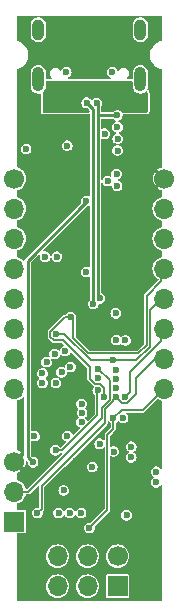
<source format=gbr>
%TF.GenerationSoftware,KiCad,Pcbnew,8.0.5-8.0.5-0~ubuntu24.04.1*%
%TF.CreationDate,2024-10-10T17:44:54+02:00*%
%TF.ProjectId,epi_ESP32_PD,6570695f-4553-4503-9332-5f50442e6b69,1_1*%
%TF.SameCoordinates,Original*%
%TF.FileFunction,Copper,L3,Inr*%
%TF.FilePolarity,Positive*%
%FSLAX46Y46*%
G04 Gerber Fmt 4.6, Leading zero omitted, Abs format (unit mm)*
G04 Created by KiCad (PCBNEW 8.0.5-8.0.5-0~ubuntu24.04.1) date 2024-10-10 17:44:54*
%MOMM*%
%LPD*%
G01*
G04 APERTURE LIST*
%TA.AperFunction,ComponentPad*%
%ADD10C,1.700000*%
%TD*%
%TA.AperFunction,ComponentPad*%
%ADD11O,1.700000X1.700000*%
%TD*%
%TA.AperFunction,ComponentPad*%
%ADD12R,1.700000X1.700000*%
%TD*%
%TA.AperFunction,ComponentPad*%
%ADD13O,1.000000X2.100000*%
%TD*%
%TA.AperFunction,ComponentPad*%
%ADD14O,1.000000X1.800000*%
%TD*%
%TA.AperFunction,ViaPad*%
%ADD15C,0.600000*%
%TD*%
%TA.AperFunction,Conductor*%
%ADD16C,0.250000*%
%TD*%
%TA.AperFunction,Conductor*%
%ADD17C,0.130000*%
%TD*%
G04 APERTURE END LIST*
D10*
%TO.N,+3.3V*%
%TO.C,J8*%
X97900000Y-71860000D03*
D11*
%TO.N,IO0*%
X97900000Y-74400000D03*
D12*
%TO.N,GND*%
X97900000Y-76940000D03*
%TD*%
D10*
%TO.N,+3.3V*%
%TO.C,J3*%
X110600000Y-47910000D03*
D11*
%TO.N,GND*%
X110600000Y-50450000D03*
%TO.N,+5V*%
X110600000Y-52990000D03*
%TO.N,EN*%
X110600000Y-55530000D03*
%TO.N,BOOT*%
X110600000Y-58070000D03*
%TO.N,IO8*%
X110600000Y-60610000D03*
%TO.N,IO7*%
X110600000Y-63150000D03*
%TO.N,IO6*%
X110600000Y-65690000D03*
%TD*%
D10*
%TO.N,VOUT*%
%TO.C,J7*%
X106640000Y-79860000D03*
D12*
%TO.N,GND*%
X106640000Y-82400000D03*
D11*
%TO.N,B*%
X104100000Y-79860000D03*
%TO.N,IO2_5V*%
X104100000Y-82400000D03*
%TO.N,W*%
X101560000Y-79860000D03*
%TO.N,IO3_5V*%
X101560000Y-82400000D03*
%TD*%
D10*
%TO.N,U0TXD*%
%TO.C,J1*%
X97900000Y-47910000D03*
D11*
%TO.N,U0RXD*%
X97900000Y-50450000D03*
%TO.N,IO0*%
X97900000Y-52990000D03*
%TO.N,IO1*%
X97900000Y-55530000D03*
%TO.N,IO2*%
X97900000Y-58070000D03*
%TO.N,IO3*%
X97900000Y-60610000D03*
%TO.N,IO4*%
X97900000Y-63150000D03*
%TO.N,IO5*%
X97900000Y-65690000D03*
%TD*%
D13*
%TO.N,GND*%
%TO.C,J2*%
X108570000Y-39490000D03*
D14*
X108570000Y-35290000D03*
D13*
X99930000Y-39490000D03*
D14*
X99930000Y-35290000D03*
%TD*%
D15*
%TO.N,+5V*%
X99485839Y-71914161D03*
X104000923Y-49800000D03*
%TO.N,GND*%
X106500000Y-65600000D03*
X100282280Y-64389187D03*
X106600000Y-48500000D03*
X103550000Y-76200000D03*
X102650937Y-63829741D03*
X101316848Y-62744207D03*
X102400000Y-69700000D03*
X102200000Y-62500000D03*
X100627768Y-63433287D03*
X105550923Y-44100000D03*
X106500000Y-64100000D03*
X106500000Y-59300000D03*
X99600000Y-69700000D03*
X106500000Y-64837500D03*
X106300000Y-71000000D03*
X101500000Y-54500000D03*
X104500000Y-72300000D03*
X100279886Y-65179886D03*
X105800000Y-48100000D03*
X100500000Y-54500000D03*
X101650000Y-76200000D03*
X101422885Y-65200000D03*
X102600000Y-76200000D03*
X101900000Y-64300000D03*
%TO.N,+3.3V*%
X104300000Y-62000000D03*
X99857536Y-79278365D03*
X107500000Y-77475000D03*
X103100000Y-71800000D03*
X99700000Y-74900000D03*
X109685840Y-56485840D03*
X105625000Y-53800000D03*
X107117246Y-68906905D03*
%TO.N,IO0*%
X104990839Y-63990839D03*
%TO.N,IO1*%
X104980383Y-64798262D03*
%TO.N,IO2*%
X104974663Y-65828262D03*
X101400000Y-70900000D03*
%TO.N,IO3*%
X103598043Y-66962534D03*
%TO.N,D+*%
X104029766Y-41469726D03*
X106630499Y-43529420D03*
X104581763Y-58507213D03*
%TO.N,D-*%
X104864794Y-41491581D03*
X106618954Y-42541847D03*
X105150922Y-58018785D03*
%TO.N,IO4*%
X103637172Y-67711515D03*
%TO.N,IO8*%
X107232601Y-66400000D03*
%TO.N,IO5*%
X103600000Y-68500000D03*
%TO.N,EN*%
X102667126Y-59632184D03*
X105452598Y-66406258D03*
%TO.N,BOOT*%
X106289882Y-63287499D03*
X101449721Y-61070001D03*
%TO.N,U0TXD*%
X106552903Y-61571365D03*
%TO.N,U0RXD*%
X107302347Y-61600297D03*
%TO.N,IO7*%
X99857536Y-76200511D03*
X106482598Y-66400000D03*
%TO.N,IO6*%
X104262771Y-77462771D03*
X106282978Y-68200000D03*
%TO.N,IO10*%
X105133029Y-70334500D03*
X107107114Y-68156336D03*
%TO.N,IO3_5V*%
X107400000Y-76400000D03*
%TO.N,IO2_5V*%
X102080000Y-74300000D03*
%TO.N,VOUT*%
X109900000Y-73600000D03*
X109900000Y-72700000D03*
%TO.N,Net-(JP1-B)*%
X106641583Y-45518323D03*
%TO.N,Net-(JP2-B)*%
X106654785Y-44506062D03*
%TO.N,Net-(JP3-A)*%
X102375000Y-45100000D03*
%TO.N,VIN*%
X106200000Y-38900000D03*
X102300000Y-38900000D03*
X106700000Y-41100000D03*
X101900000Y-41100000D03*
X104000000Y-55800000D03*
X107800000Y-71487500D03*
X107800000Y-70587500D03*
X98900000Y-45400000D03*
X106554676Y-47488645D03*
%TD*%
D16*
%TO.N,+5V*%
X104000923Y-49800000D02*
X104000923Y-49899077D01*
X99025000Y-54875000D02*
X99025000Y-71453322D01*
X99025000Y-71453322D02*
X99485839Y-71914161D01*
X104000923Y-49899077D02*
X99025000Y-54875000D01*
D17*
%TO.N,IO0*%
X98158943Y-74399970D02*
X99100030Y-74399970D01*
X105300000Y-67300000D02*
X105967598Y-66632402D01*
X105967598Y-64967598D02*
X104990839Y-63990839D01*
X105967598Y-66632402D02*
X105967598Y-64967598D01*
X105300000Y-68200000D02*
X105300000Y-67300000D01*
X99100030Y-74399970D02*
X105300000Y-68200000D01*
%TO.N,IO2*%
X104937598Y-67890722D02*
X104937598Y-65865327D01*
X104937598Y-65865327D02*
X104974663Y-65828262D01*
X101928320Y-70900000D02*
X104937598Y-67890722D01*
X101400000Y-70900000D02*
X101928320Y-70900000D01*
D16*
%TO.N,D+*%
X104575923Y-42015883D02*
X104575923Y-58501373D01*
X104029766Y-41469726D02*
X104575923Y-42015883D01*
X104575923Y-58501373D02*
X104581763Y-58507213D01*
D17*
%TO.N,D-*%
X104975923Y-41475923D02*
X104880452Y-41475923D01*
D16*
X106618954Y-42541847D02*
X104975923Y-42541847D01*
X104864794Y-41491581D02*
X104975923Y-41602710D01*
X104975923Y-41602710D02*
X104975923Y-57843786D01*
D17*
X104880452Y-41475923D02*
X104864794Y-41491581D01*
D16*
X104975923Y-57843786D02*
X105150922Y-58018785D01*
D17*
%TO.N,IO8*%
X110330112Y-61669888D02*
X110330112Y-60610062D01*
X107700000Y-65932601D02*
X107700000Y-64300000D01*
X107232601Y-66400000D02*
X107700000Y-65932601D01*
X107700000Y-64300000D02*
X110330112Y-61669888D01*
%TO.N,EN*%
X100934721Y-61283321D02*
X100934721Y-60856681D01*
X104171680Y-62700000D02*
X108404020Y-62700000D01*
X105452598Y-66406258D02*
X105489663Y-66369193D01*
X105187983Y-65313262D02*
X104753565Y-65313262D01*
X100934721Y-60856681D02*
X102159218Y-59632184D01*
X109100000Y-62004020D02*
X109100000Y-57800000D01*
X104753565Y-65313262D02*
X104300000Y-64859697D01*
X109100000Y-57800000D02*
X110328479Y-56571521D01*
X110328479Y-56571521D02*
X110328479Y-55530063D01*
X102159218Y-59632184D02*
X102667126Y-59632184D01*
X105489663Y-66369193D02*
X105489663Y-65614942D01*
X104300000Y-64859697D02*
X104300000Y-63871680D01*
X108404020Y-62700000D02*
X109100000Y-62004020D01*
X102900000Y-61428320D02*
X104171680Y-62700000D01*
X102013320Y-61585000D02*
X101236400Y-61585000D01*
X102900000Y-59865058D02*
X102900000Y-61428320D01*
X102667126Y-59632184D02*
X102900000Y-59865058D01*
X101236400Y-61585000D02*
X100934721Y-61283321D01*
X105489663Y-65614942D02*
X105187983Y-65313262D01*
X104300000Y-63871680D02*
X102013320Y-61585000D01*
%TO.N,BOOT*%
X106289882Y-63287499D02*
X104363199Y-63287499D01*
X109380000Y-62120000D02*
X109380000Y-59019127D01*
X109380000Y-59019127D02*
X110329065Y-58070062D01*
X104363199Y-63287499D02*
X102145701Y-61070001D01*
X102145701Y-61070001D02*
X101449721Y-61070001D01*
X108212501Y-63287499D02*
X109380000Y-62120000D01*
X106289882Y-63287499D02*
X108212501Y-63287499D01*
%TO.N,IO7*%
X109849938Y-63150062D02*
X110330236Y-63150062D01*
X108200000Y-66160921D02*
X108200000Y-64800000D01*
X100215000Y-73956680D02*
X100215000Y-75843047D01*
X105580000Y-68591680D02*
X100215000Y-73956680D01*
X105580000Y-67415980D02*
X105580000Y-68591680D01*
X107445921Y-66915000D02*
X108200000Y-66160921D01*
X106247598Y-66635000D02*
X106247598Y-66748382D01*
X106247598Y-66748382D02*
X105580000Y-67415980D01*
X106482598Y-66400000D02*
X106997598Y-66915000D01*
X100215000Y-75843047D02*
X99857536Y-76200511D01*
X106997598Y-66915000D02*
X107445921Y-66915000D01*
X108200000Y-64800000D02*
X109849938Y-63150062D01*
X106482598Y-66400000D02*
X106247598Y-66635000D01*
%TO.N,IO6*%
X106282978Y-68200000D02*
X106982978Y-67500000D01*
X106282978Y-69082978D02*
X105785000Y-69580956D01*
X108790000Y-67500000D02*
X110331005Y-65958995D01*
X110331005Y-65690000D02*
X110330883Y-65690000D01*
X106982978Y-67500000D02*
X108790000Y-67500000D01*
X110330883Y-65690000D02*
X110330821Y-65690062D01*
X105785000Y-69580956D02*
X105785000Y-75940542D01*
X110331005Y-65958995D02*
X110331005Y-65690000D01*
X105785000Y-75940542D02*
X104262771Y-77462771D01*
X106282978Y-68200000D02*
X106282978Y-69082978D01*
%TD*%
%TA.AperFunction,Conductor*%
%TO.N,VIN*%
G36*
X107862539Y-39619685D02*
G01*
X107908294Y-39672489D01*
X107919500Y-39724000D01*
X107919500Y-40104069D01*
X107919500Y-40104071D01*
X107919499Y-40104071D01*
X107944497Y-40229738D01*
X107944499Y-40229744D01*
X107993533Y-40348124D01*
X107993538Y-40348133D01*
X108064723Y-40454668D01*
X108064726Y-40454672D01*
X108155327Y-40545273D01*
X108155331Y-40545276D01*
X108261866Y-40616461D01*
X108261875Y-40616466D01*
X108288692Y-40627574D01*
X108380256Y-40665501D01*
X108380260Y-40665501D01*
X108380261Y-40665502D01*
X108505928Y-40690500D01*
X108505931Y-40690500D01*
X108634071Y-40690500D01*
X108718615Y-40673682D01*
X108759744Y-40665501D01*
X108878127Y-40616465D01*
X108984669Y-40545276D01*
X108984672Y-40545273D01*
X108988319Y-40541627D01*
X109049642Y-40508142D01*
X109119334Y-40513126D01*
X109175267Y-40554998D01*
X109199684Y-40620462D01*
X109200000Y-40629308D01*
X109200000Y-42176000D01*
X109180315Y-42243039D01*
X109127511Y-42288794D01*
X109076000Y-42300000D01*
X107062119Y-42300000D01*
X106995080Y-42280315D01*
X106968405Y-42257202D01*
X106917003Y-42197880D01*
X106910745Y-42193858D01*
X106808023Y-42127843D01*
X106808019Y-42127841D01*
X106808018Y-42127841D01*
X106683728Y-42091347D01*
X106683726Y-42091347D01*
X106554182Y-42091347D01*
X106554180Y-42091347D01*
X106429889Y-42127841D01*
X106429886Y-42127842D01*
X106429885Y-42127843D01*
X106395965Y-42149642D01*
X106320904Y-42197880D01*
X106298663Y-42223549D01*
X106239885Y-42261324D01*
X106204949Y-42266347D01*
X105375423Y-42266347D01*
X105308384Y-42246662D01*
X105262629Y-42193858D01*
X105251423Y-42142347D01*
X105251423Y-41756413D01*
X105262629Y-41704901D01*
X105301491Y-41619807D01*
X105319927Y-41491581D01*
X105301491Y-41363355D01*
X105247676Y-41245518D01*
X105162843Y-41147614D01*
X105053863Y-41077577D01*
X105053859Y-41077575D01*
X105053858Y-41077575D01*
X104929568Y-41041081D01*
X104929566Y-41041081D01*
X104800022Y-41041081D01*
X104800020Y-41041081D01*
X104675729Y-41077575D01*
X104675726Y-41077576D01*
X104675725Y-41077577D01*
X104621235Y-41112595D01*
X104566741Y-41147616D01*
X104550460Y-41166406D01*
X104491682Y-41204180D01*
X104421812Y-41204180D01*
X104363034Y-41166405D01*
X104363034Y-41166404D01*
X104327817Y-41125760D01*
X104307067Y-41112425D01*
X104218835Y-41055722D01*
X104218831Y-41055720D01*
X104218830Y-41055720D01*
X104094540Y-41019226D01*
X104094538Y-41019226D01*
X103964994Y-41019226D01*
X103964992Y-41019226D01*
X103840701Y-41055720D01*
X103840698Y-41055721D01*
X103840697Y-41055722D01*
X103806693Y-41077575D01*
X103731716Y-41125759D01*
X103646884Y-41223663D01*
X103646883Y-41223664D01*
X103593068Y-41341500D01*
X103574633Y-41469726D01*
X103593068Y-41597951D01*
X103646883Y-41715787D01*
X103646884Y-41715789D01*
X103731717Y-41813693D01*
X103840697Y-41883730D01*
X103964991Y-41920225D01*
X103964993Y-41920226D01*
X103964994Y-41920226D01*
X104039289Y-41920226D01*
X104106328Y-41939911D01*
X104126970Y-41956545D01*
X104258744Y-42088319D01*
X104292229Y-42149642D01*
X104287245Y-42219334D01*
X104245373Y-42275267D01*
X104179909Y-42299684D01*
X104171063Y-42300000D01*
X100424000Y-42300000D01*
X100356961Y-42280315D01*
X100311206Y-42227511D01*
X100300000Y-42176000D01*
X100300000Y-40640582D01*
X100319685Y-40573543D01*
X100340706Y-40549929D01*
X100340361Y-40549583D01*
X100344665Y-40545278D01*
X100344669Y-40545276D01*
X100435276Y-40454669D01*
X100506465Y-40348127D01*
X100555501Y-40229744D01*
X100580500Y-40104069D01*
X100580500Y-39724000D01*
X100600185Y-39656961D01*
X100652989Y-39611206D01*
X100704500Y-39600000D01*
X107795500Y-39600000D01*
X107862539Y-39619685D01*
G37*
%TD.AperFunction*%
%TD*%
%TA.AperFunction,Conductor*%
%TO.N,+3.3V*%
G36*
X110101171Y-66557825D02*
G01*
X110215273Y-66618814D01*
X110215275Y-66618814D01*
X110215278Y-66618816D01*
X110301967Y-66645112D01*
X110350309Y-66659776D01*
X110388175Y-66690850D01*
X110395732Y-66721006D01*
X110396986Y-72414016D01*
X110378251Y-72459275D01*
X110333000Y-72478030D01*
X110287741Y-72459295D01*
X110284618Y-72455941D01*
X110260603Y-72428226D01*
X110198049Y-72356033D01*
X110198048Y-72356032D01*
X110089069Y-72285996D01*
X110086109Y-72285127D01*
X109964772Y-72249500D01*
X109835228Y-72249500D01*
X109710931Y-72285996D01*
X109710929Y-72285996D01*
X109601951Y-72356032D01*
X109601949Y-72356034D01*
X109517118Y-72453936D01*
X109517116Y-72453939D01*
X109463303Y-72571771D01*
X109444867Y-72700000D01*
X109463303Y-72828228D01*
X109517116Y-72946060D01*
X109517118Y-72946063D01*
X109601949Y-73043965D01*
X109601951Y-73043967D01*
X109683165Y-73096160D01*
X109711101Y-73136396D01*
X109702404Y-73184601D01*
X109683165Y-73203840D01*
X109601951Y-73256032D01*
X109601949Y-73256034D01*
X109517118Y-73353936D01*
X109517116Y-73353939D01*
X109463303Y-73471771D01*
X109444867Y-73600000D01*
X109463303Y-73728228D01*
X109517116Y-73846060D01*
X109517118Y-73846063D01*
X109575823Y-73913814D01*
X109601951Y-73943967D01*
X109710931Y-74014004D01*
X109835228Y-74050500D01*
X109835229Y-74050500D01*
X109964771Y-74050500D01*
X109964772Y-74050500D01*
X110089069Y-74014004D01*
X110198049Y-73943967D01*
X110282882Y-73846063D01*
X110282882Y-73846062D01*
X110284943Y-73843684D01*
X110328745Y-73821758D01*
X110375222Y-73837227D01*
X110397148Y-73881029D01*
X110397311Y-73885581D01*
X110397941Y-76743965D01*
X110399398Y-83358505D01*
X110399442Y-83555486D01*
X110380707Y-83600745D01*
X110335456Y-83619500D01*
X98159506Y-83619500D01*
X98114251Y-83600755D01*
X98095506Y-83555507D01*
X98095378Y-82400000D01*
X100554659Y-82400000D01*
X100573975Y-82596132D01*
X100631187Y-82784730D01*
X100724087Y-82958533D01*
X100724090Y-82958538D01*
X100849117Y-83110883D01*
X101001462Y-83235910D01*
X101001466Y-83235912D01*
X101137683Y-83308722D01*
X101175273Y-83328814D01*
X101363868Y-83386024D01*
X101363866Y-83386024D01*
X101396142Y-83389202D01*
X101560000Y-83405341D01*
X101756132Y-83386024D01*
X101944727Y-83328814D01*
X102118538Y-83235910D01*
X102270883Y-83110883D01*
X102395910Y-82958538D01*
X102488814Y-82784727D01*
X102546024Y-82596132D01*
X102565341Y-82400000D01*
X103094659Y-82400000D01*
X103113975Y-82596132D01*
X103171187Y-82784730D01*
X103264087Y-82958533D01*
X103264090Y-82958538D01*
X103389117Y-83110883D01*
X103541462Y-83235910D01*
X103541466Y-83235912D01*
X103677683Y-83308722D01*
X103715273Y-83328814D01*
X103903868Y-83386024D01*
X103903866Y-83386024D01*
X103936142Y-83389202D01*
X104100000Y-83405341D01*
X104296132Y-83386024D01*
X104484727Y-83328814D01*
X104658538Y-83235910D01*
X104810883Y-83110883D01*
X104935910Y-82958538D01*
X105028814Y-82784727D01*
X105086024Y-82596132D01*
X105105341Y-82400000D01*
X105086024Y-82203868D01*
X105028814Y-82015273D01*
X104935910Y-81841462D01*
X104810883Y-81689117D01*
X104658538Y-81564090D01*
X104658533Y-81564087D01*
X104604448Y-81535178D01*
X105639500Y-81535178D01*
X105639500Y-83264821D01*
X105648233Y-83308722D01*
X105648234Y-83308724D01*
X105681494Y-83358502D01*
X105681496Y-83358504D01*
X105731278Y-83391767D01*
X105766446Y-83398762D01*
X105775179Y-83400500D01*
X105775180Y-83400500D01*
X107504821Y-83400500D01*
X107512104Y-83399050D01*
X107548722Y-83391767D01*
X107598504Y-83358504D01*
X107631767Y-83308722D01*
X107640500Y-83264820D01*
X107640500Y-81535180D01*
X107631767Y-81491278D01*
X107598504Y-81441496D01*
X107598502Y-81441494D01*
X107548724Y-81408234D01*
X107548722Y-81408233D01*
X107504821Y-81399500D01*
X107504820Y-81399500D01*
X105775180Y-81399500D01*
X105775179Y-81399500D01*
X105731277Y-81408233D01*
X105731275Y-81408234D01*
X105681497Y-81441494D01*
X105681494Y-81441497D01*
X105648234Y-81491275D01*
X105648233Y-81491277D01*
X105639500Y-81535178D01*
X104604448Y-81535178D01*
X104484730Y-81471187D01*
X104296131Y-81413975D01*
X104296133Y-81413975D01*
X104100000Y-81394659D01*
X103903867Y-81413975D01*
X103715269Y-81471187D01*
X103541466Y-81564087D01*
X103541461Y-81564090D01*
X103389117Y-81689116D01*
X103389116Y-81689117D01*
X103264090Y-81841461D01*
X103264087Y-81841466D01*
X103171187Y-82015269D01*
X103113975Y-82203867D01*
X103094659Y-82400000D01*
X102565341Y-82400000D01*
X102546024Y-82203868D01*
X102488814Y-82015273D01*
X102395910Y-81841462D01*
X102270883Y-81689117D01*
X102118538Y-81564090D01*
X102118533Y-81564087D01*
X101944730Y-81471187D01*
X101756131Y-81413975D01*
X101756133Y-81413975D01*
X101560000Y-81394659D01*
X101363867Y-81413975D01*
X101175269Y-81471187D01*
X101001466Y-81564087D01*
X101001461Y-81564090D01*
X100849117Y-81689116D01*
X100849116Y-81689117D01*
X100724090Y-81841461D01*
X100724087Y-81841466D01*
X100631187Y-82015269D01*
X100573975Y-82203867D01*
X100554659Y-82400000D01*
X98095378Y-82400000D01*
X98095096Y-79860000D01*
X100554659Y-79860000D01*
X100573975Y-80056132D01*
X100631187Y-80244730D01*
X100724087Y-80418533D01*
X100724090Y-80418538D01*
X100849117Y-80570883D01*
X101001462Y-80695910D01*
X101175273Y-80788814D01*
X101363868Y-80846024D01*
X101363866Y-80846024D01*
X101396142Y-80849202D01*
X101560000Y-80865341D01*
X101756132Y-80846024D01*
X101944727Y-80788814D01*
X102118538Y-80695910D01*
X102270883Y-80570883D01*
X102395910Y-80418538D01*
X102488814Y-80244727D01*
X102546024Y-80056132D01*
X102565341Y-79860000D01*
X103094659Y-79860000D01*
X103113975Y-80056132D01*
X103171187Y-80244730D01*
X103264087Y-80418533D01*
X103264090Y-80418538D01*
X103389117Y-80570883D01*
X103541462Y-80695910D01*
X103715273Y-80788814D01*
X103903868Y-80846024D01*
X103903866Y-80846024D01*
X103936142Y-80849202D01*
X104100000Y-80865341D01*
X104296132Y-80846024D01*
X104484727Y-80788814D01*
X104658538Y-80695910D01*
X104810883Y-80570883D01*
X104935910Y-80418538D01*
X105028814Y-80244727D01*
X105086024Y-80056132D01*
X105105341Y-79860000D01*
X105634659Y-79860000D01*
X105653975Y-80056132D01*
X105711187Y-80244730D01*
X105804087Y-80418533D01*
X105804090Y-80418538D01*
X105929117Y-80570883D01*
X106081462Y-80695910D01*
X106255273Y-80788814D01*
X106443868Y-80846024D01*
X106443866Y-80846024D01*
X106476142Y-80849202D01*
X106640000Y-80865341D01*
X106836132Y-80846024D01*
X107024727Y-80788814D01*
X107198538Y-80695910D01*
X107350883Y-80570883D01*
X107475910Y-80418538D01*
X107568814Y-80244727D01*
X107626024Y-80056132D01*
X107645341Y-79860000D01*
X107626024Y-79663868D01*
X107568814Y-79475273D01*
X107475910Y-79301462D01*
X107350883Y-79149117D01*
X107198538Y-79024090D01*
X107198533Y-79024087D01*
X107024730Y-78931187D01*
X106836131Y-78873975D01*
X106836133Y-78873975D01*
X106640000Y-78854659D01*
X106443867Y-78873975D01*
X106255269Y-78931187D01*
X106081466Y-79024087D01*
X106081461Y-79024090D01*
X105929117Y-79149116D01*
X105929116Y-79149117D01*
X105804090Y-79301461D01*
X105804087Y-79301466D01*
X105711187Y-79475269D01*
X105653975Y-79663867D01*
X105634659Y-79860000D01*
X105105341Y-79860000D01*
X105086024Y-79663868D01*
X105028814Y-79475273D01*
X104935910Y-79301462D01*
X104810883Y-79149117D01*
X104658538Y-79024090D01*
X104658533Y-79024087D01*
X104484730Y-78931187D01*
X104296131Y-78873975D01*
X104296133Y-78873975D01*
X104100000Y-78854659D01*
X103903867Y-78873975D01*
X103715269Y-78931187D01*
X103541466Y-79024087D01*
X103541461Y-79024090D01*
X103389117Y-79149116D01*
X103389116Y-79149117D01*
X103264090Y-79301461D01*
X103264087Y-79301466D01*
X103171187Y-79475269D01*
X103113975Y-79663867D01*
X103094659Y-79860000D01*
X102565341Y-79860000D01*
X102546024Y-79663868D01*
X102488814Y-79475273D01*
X102395910Y-79301462D01*
X102270883Y-79149117D01*
X102118538Y-79024090D01*
X102118533Y-79024087D01*
X101944730Y-78931187D01*
X101756131Y-78873975D01*
X101756133Y-78873975D01*
X101560000Y-78854659D01*
X101363867Y-78873975D01*
X101175269Y-78931187D01*
X101001466Y-79024087D01*
X101001461Y-79024090D01*
X100849117Y-79149116D01*
X100849116Y-79149117D01*
X100724090Y-79301461D01*
X100724087Y-79301466D01*
X100631187Y-79475269D01*
X100573975Y-79663867D01*
X100554659Y-79860000D01*
X98095096Y-79860000D01*
X98094993Y-78931186D01*
X98094890Y-78004506D01*
X98113630Y-77959250D01*
X98158883Y-77940500D01*
X98764821Y-77940500D01*
X98772104Y-77939050D01*
X98808722Y-77931767D01*
X98858504Y-77898504D01*
X98891767Y-77848722D01*
X98899050Y-77812104D01*
X98900500Y-77804821D01*
X98900500Y-76075178D01*
X98896691Y-76056032D01*
X98891767Y-76031278D01*
X98861511Y-75985996D01*
X98858505Y-75981497D01*
X98858502Y-75981494D01*
X98808724Y-75948234D01*
X98808722Y-75948233D01*
X98764821Y-75939500D01*
X98764820Y-75939500D01*
X98158654Y-75939500D01*
X98113399Y-75920755D01*
X98094654Y-75875507D01*
X98094604Y-75433960D01*
X98113344Y-75388703D01*
X98140026Y-75372709D01*
X98184874Y-75359104D01*
X98284727Y-75328814D01*
X98458538Y-75235910D01*
X98610883Y-75110883D01*
X98735910Y-74958538D01*
X98828814Y-74784727D01*
X98866379Y-74660891D01*
X98897454Y-74623027D01*
X98927623Y-74615470D01*
X99142893Y-74615470D01*
X99142896Y-74615470D01*
X99222101Y-74582662D01*
X99890245Y-73914518D01*
X99935500Y-73895773D01*
X99980755Y-73914518D01*
X99999500Y-73959773D01*
X99999500Y-75687249D01*
X99980755Y-75732504D01*
X99935500Y-75751249D01*
X99926397Y-75750598D01*
X99922312Y-75750011D01*
X99922308Y-75750011D01*
X99792764Y-75750011D01*
X99668467Y-75786507D01*
X99668465Y-75786507D01*
X99559487Y-75856543D01*
X99559485Y-75856545D01*
X99474654Y-75954447D01*
X99474652Y-75954450D01*
X99420839Y-76072282D01*
X99402403Y-76200511D01*
X99420839Y-76328739D01*
X99474652Y-76446571D01*
X99474654Y-76446574D01*
X99545406Y-76528228D01*
X99559487Y-76544478D01*
X99668467Y-76614515D01*
X99792764Y-76651011D01*
X99792765Y-76651011D01*
X99922307Y-76651011D01*
X99922308Y-76651011D01*
X100046605Y-76614515D01*
X100155585Y-76544478D01*
X100240418Y-76446574D01*
X100294233Y-76328737D01*
X100312669Y-76200511D01*
X100312596Y-76200000D01*
X101194867Y-76200000D01*
X101213303Y-76328228D01*
X101267116Y-76446060D01*
X101267118Y-76446063D01*
X101338311Y-76528226D01*
X101351951Y-76543967D01*
X101460931Y-76614004D01*
X101585228Y-76650500D01*
X101585229Y-76650500D01*
X101714771Y-76650500D01*
X101714772Y-76650500D01*
X101839069Y-76614004D01*
X101948049Y-76543967D01*
X102032882Y-76446063D01*
X102066784Y-76371829D01*
X102102634Y-76338451D01*
X102151587Y-76340200D01*
X102183216Y-76371829D01*
X102217116Y-76446060D01*
X102217118Y-76446063D01*
X102288311Y-76528226D01*
X102301951Y-76543967D01*
X102410931Y-76614004D01*
X102535228Y-76650500D01*
X102535229Y-76650500D01*
X102664771Y-76650500D01*
X102664772Y-76650500D01*
X102789069Y-76614004D01*
X102898049Y-76543967D01*
X102982882Y-76446063D01*
X103016784Y-76371829D01*
X103052634Y-76338451D01*
X103101587Y-76340200D01*
X103133216Y-76371829D01*
X103167116Y-76446060D01*
X103167118Y-76446063D01*
X103238311Y-76528226D01*
X103251951Y-76543967D01*
X103360931Y-76614004D01*
X103485228Y-76650500D01*
X103485229Y-76650500D01*
X103614771Y-76650500D01*
X103614772Y-76650500D01*
X103739069Y-76614004D01*
X103848049Y-76543967D01*
X103932882Y-76446063D01*
X103986697Y-76328226D01*
X104005133Y-76200000D01*
X103986697Y-76071774D01*
X103982513Y-76062613D01*
X103932883Y-75953939D01*
X103932881Y-75953936D01*
X103927939Y-75948233D01*
X103848049Y-75856033D01*
X103848048Y-75856032D01*
X103739069Y-75785996D01*
X103679100Y-75768388D01*
X103614772Y-75749500D01*
X103485228Y-75749500D01*
X103360931Y-75785996D01*
X103360929Y-75785996D01*
X103251951Y-75856032D01*
X103251949Y-75856034D01*
X103167118Y-75953936D01*
X103167116Y-75953939D01*
X103133216Y-76028170D01*
X103097365Y-76061548D01*
X103048413Y-76059799D01*
X103016784Y-76028170D01*
X102982883Y-75953939D01*
X102982881Y-75953936D01*
X102977939Y-75948233D01*
X102898049Y-75856033D01*
X102898048Y-75856032D01*
X102789069Y-75785996D01*
X102729100Y-75768388D01*
X102664772Y-75749500D01*
X102535228Y-75749500D01*
X102410931Y-75785996D01*
X102410929Y-75785996D01*
X102301951Y-75856032D01*
X102301949Y-75856034D01*
X102217118Y-75953936D01*
X102217116Y-75953939D01*
X102183216Y-76028170D01*
X102147365Y-76061548D01*
X102098413Y-76059799D01*
X102066784Y-76028170D01*
X102032883Y-75953939D01*
X102032881Y-75953936D01*
X102027939Y-75948233D01*
X101948049Y-75856033D01*
X101948048Y-75856032D01*
X101839069Y-75785996D01*
X101779100Y-75768388D01*
X101714772Y-75749500D01*
X101585228Y-75749500D01*
X101460931Y-75785996D01*
X101460929Y-75785996D01*
X101351951Y-75856032D01*
X101351949Y-75856034D01*
X101267118Y-75953936D01*
X101267116Y-75953939D01*
X101213303Y-76071771D01*
X101194867Y-76200000D01*
X100312596Y-76200000D01*
X100298325Y-76100749D01*
X100310439Y-76053290D01*
X100316420Y-76046389D01*
X100397690Y-75965120D01*
X100397690Y-75965119D01*
X100397692Y-75965118D01*
X100430500Y-75885913D01*
X100430500Y-75800182D01*
X100430500Y-74300000D01*
X101624867Y-74300000D01*
X101643303Y-74428228D01*
X101697116Y-74546060D01*
X101697118Y-74546063D01*
X101763806Y-74623027D01*
X101781951Y-74643967D01*
X101890931Y-74714004D01*
X102015228Y-74750500D01*
X102015229Y-74750500D01*
X102144771Y-74750500D01*
X102144772Y-74750500D01*
X102269069Y-74714004D01*
X102378049Y-74643967D01*
X102462882Y-74546063D01*
X102516697Y-74428226D01*
X102535133Y-74300000D01*
X102516697Y-74171774D01*
X102513934Y-74165725D01*
X102462883Y-74053939D01*
X102462881Y-74053936D01*
X102428279Y-74014003D01*
X102378049Y-73956033D01*
X102378048Y-73956032D01*
X102269069Y-73885996D01*
X102267656Y-73885581D01*
X102144772Y-73849500D01*
X102015228Y-73849500D01*
X101890931Y-73885996D01*
X101890929Y-73885996D01*
X101781951Y-73956032D01*
X101781949Y-73956034D01*
X101697118Y-74053936D01*
X101697116Y-74053939D01*
X101643303Y-74171771D01*
X101624867Y-74300000D01*
X100430500Y-74300000D01*
X100430500Y-74072453D01*
X100449245Y-74027198D01*
X102176443Y-72300000D01*
X104044867Y-72300000D01*
X104063303Y-72428228D01*
X104117116Y-72546060D01*
X104117118Y-72546063D01*
X104201951Y-72643967D01*
X104310931Y-72714004D01*
X104435228Y-72750500D01*
X104435229Y-72750500D01*
X104564771Y-72750500D01*
X104564772Y-72750500D01*
X104689069Y-72714004D01*
X104798049Y-72643967D01*
X104882882Y-72546063D01*
X104936697Y-72428226D01*
X104955133Y-72300000D01*
X104936697Y-72171774D01*
X104931422Y-72160224D01*
X104882883Y-72053939D01*
X104882881Y-72053936D01*
X104798050Y-71956034D01*
X104798048Y-71956032D01*
X104689069Y-71885996D01*
X104666884Y-71879482D01*
X104564772Y-71849500D01*
X104435228Y-71849500D01*
X104310931Y-71885996D01*
X104310929Y-71885996D01*
X104201951Y-71956032D01*
X104201949Y-71956034D01*
X104117118Y-72053936D01*
X104117116Y-72053939D01*
X104063303Y-72171771D01*
X104044867Y-72300000D01*
X102176443Y-72300000D01*
X103082368Y-71394075D01*
X105762693Y-68713751D01*
X105785891Y-68657744D01*
X105795500Y-68634546D01*
X105795500Y-68496943D01*
X105814245Y-68451688D01*
X105859500Y-68432943D01*
X105904755Y-68451688D01*
X105907868Y-68455032D01*
X105984927Y-68543965D01*
X105984931Y-68543969D01*
X106038078Y-68578123D01*
X106066015Y-68618359D01*
X106067478Y-68631964D01*
X106067478Y-68967205D01*
X106048733Y-69012460D01*
X105602308Y-69458884D01*
X105569500Y-69538089D01*
X105569500Y-69978689D01*
X105550755Y-70023944D01*
X105505500Y-70042689D01*
X105460245Y-70023944D01*
X105457132Y-70020601D01*
X105451275Y-70013843D01*
X105431078Y-69990533D01*
X105322098Y-69920496D01*
X105197801Y-69884000D01*
X105068257Y-69884000D01*
X104943960Y-69920496D01*
X104943958Y-69920496D01*
X104834980Y-69990532D01*
X104834978Y-69990534D01*
X104750147Y-70088436D01*
X104750145Y-70088439D01*
X104696332Y-70206271D01*
X104677896Y-70334500D01*
X104696332Y-70462728D01*
X104750145Y-70580560D01*
X104750147Y-70580563D01*
X104828115Y-70670545D01*
X104834980Y-70678467D01*
X104943960Y-70748504D01*
X105068257Y-70785000D01*
X105068258Y-70785000D01*
X105197800Y-70785000D01*
X105197801Y-70785000D01*
X105322098Y-70748504D01*
X105431078Y-70678467D01*
X105457132Y-70648398D01*
X105500933Y-70626472D01*
X105547410Y-70641940D01*
X105569337Y-70685742D01*
X105569500Y-70690309D01*
X105569500Y-75824768D01*
X105550755Y-75870023D01*
X104416980Y-77003797D01*
X104371725Y-77022542D01*
X104353696Y-77019950D01*
X104327543Y-77012271D01*
X104197999Y-77012271D01*
X104073702Y-77048767D01*
X104073700Y-77048767D01*
X103964722Y-77118803D01*
X103964720Y-77118805D01*
X103879889Y-77216707D01*
X103879887Y-77216710D01*
X103826074Y-77334542D01*
X103807638Y-77462771D01*
X103826074Y-77590999D01*
X103879887Y-77708831D01*
X103879889Y-77708834D01*
X103964722Y-77806738D01*
X104073702Y-77876775D01*
X104197999Y-77913271D01*
X104198000Y-77913271D01*
X104327542Y-77913271D01*
X104327543Y-77913271D01*
X104451840Y-77876775D01*
X104560820Y-77806738D01*
X104645653Y-77708834D01*
X104699468Y-77590997D01*
X104717904Y-77462771D01*
X104703560Y-77363009D01*
X104715674Y-77315550D01*
X104721647Y-77308656D01*
X105630304Y-76400000D01*
X106944867Y-76400000D01*
X106963303Y-76528228D01*
X107017116Y-76646060D01*
X107017118Y-76646063D01*
X107101951Y-76743967D01*
X107210931Y-76814004D01*
X107335228Y-76850500D01*
X107335229Y-76850500D01*
X107464771Y-76850500D01*
X107464772Y-76850500D01*
X107589069Y-76814004D01*
X107698049Y-76743967D01*
X107782882Y-76646063D01*
X107836697Y-76528226D01*
X107855133Y-76400000D01*
X107836697Y-76271774D01*
X107782882Y-76153937D01*
X107712129Y-76072282D01*
X107698050Y-76056034D01*
X107698048Y-76056032D01*
X107589069Y-75985996D01*
X107517953Y-75965115D01*
X107464772Y-75949500D01*
X107335228Y-75949500D01*
X107210931Y-75985996D01*
X107210929Y-75985996D01*
X107101951Y-76056032D01*
X107101949Y-76056034D01*
X107017118Y-76153936D01*
X107017116Y-76153939D01*
X106963303Y-76271771D01*
X106944867Y-76400000D01*
X105630304Y-76400000D01*
X105967692Y-76062613D01*
X106000500Y-75983407D01*
X106000500Y-75897676D01*
X106000500Y-71460241D01*
X106019245Y-71414986D01*
X106064500Y-71396241D01*
X106099099Y-71406400D01*
X106110931Y-71414004D01*
X106235228Y-71450500D01*
X106235229Y-71450500D01*
X106364771Y-71450500D01*
X106364772Y-71450500D01*
X106489069Y-71414004D01*
X106598049Y-71343967D01*
X106682882Y-71246063D01*
X106736697Y-71128226D01*
X106755133Y-71000000D01*
X106736697Y-70871774D01*
X106719246Y-70833563D01*
X106682883Y-70753939D01*
X106682881Y-70753936D01*
X106598050Y-70656034D01*
X106598048Y-70656032D01*
X106491409Y-70587500D01*
X107344867Y-70587500D01*
X107363303Y-70715728D01*
X107417116Y-70833560D01*
X107417118Y-70833563D01*
X107501949Y-70931465D01*
X107501951Y-70931467D01*
X107583165Y-70983660D01*
X107611101Y-71023896D01*
X107602404Y-71072101D01*
X107583165Y-71091340D01*
X107501951Y-71143532D01*
X107501949Y-71143534D01*
X107417118Y-71241436D01*
X107417116Y-71241439D01*
X107363303Y-71359271D01*
X107344867Y-71487500D01*
X107363303Y-71615728D01*
X107417116Y-71733560D01*
X107417118Y-71733563D01*
X107485026Y-71811935D01*
X107501951Y-71831467D01*
X107610931Y-71901504D01*
X107735228Y-71938000D01*
X107735229Y-71938000D01*
X107864771Y-71938000D01*
X107864772Y-71938000D01*
X107989069Y-71901504D01*
X108098049Y-71831467D01*
X108182882Y-71733563D01*
X108236697Y-71615726D01*
X108255133Y-71487500D01*
X108236697Y-71359274D01*
X108229706Y-71343967D01*
X108182883Y-71241439D01*
X108182881Y-71241436D01*
X108098050Y-71143534D01*
X108098048Y-71143532D01*
X108066658Y-71123359D01*
X108016833Y-71091338D01*
X107988898Y-71051104D01*
X107997595Y-71002899D01*
X108016832Y-70983661D01*
X108098049Y-70931467D01*
X108182882Y-70833563D01*
X108236697Y-70715726D01*
X108255133Y-70587500D01*
X108236697Y-70459274D01*
X108232233Y-70449500D01*
X108182883Y-70341439D01*
X108182881Y-70341436D01*
X108098050Y-70243534D01*
X108098048Y-70243532D01*
X107989069Y-70173496D01*
X107864772Y-70137000D01*
X107735228Y-70137000D01*
X107610931Y-70173496D01*
X107610929Y-70173496D01*
X107501951Y-70243532D01*
X107501949Y-70243534D01*
X107417118Y-70341436D01*
X107417116Y-70341439D01*
X107363303Y-70459271D01*
X107344867Y-70587500D01*
X106491409Y-70587500D01*
X106489069Y-70585996D01*
X106470555Y-70580560D01*
X106364772Y-70549500D01*
X106235228Y-70549500D01*
X106110931Y-70585996D01*
X106110930Y-70585996D01*
X106099100Y-70593599D01*
X106050894Y-70602295D01*
X106010659Y-70574358D01*
X106000500Y-70539758D01*
X106000500Y-69696729D01*
X106019245Y-69651474D01*
X106216783Y-69453936D01*
X106465670Y-69205049D01*
X106498478Y-69125844D01*
X106498478Y-69040113D01*
X106498478Y-68631964D01*
X106517223Y-68586709D01*
X106527878Y-68578123D01*
X106539991Y-68570339D01*
X106581027Y-68543967D01*
X106665596Y-68446367D01*
X106709395Y-68424442D01*
X106755872Y-68439910D01*
X106762330Y-68446368D01*
X106808802Y-68500000D01*
X106809065Y-68500303D01*
X106918045Y-68570340D01*
X107042342Y-68606836D01*
X107042343Y-68606836D01*
X107171885Y-68606836D01*
X107171886Y-68606836D01*
X107296183Y-68570340D01*
X107405163Y-68500303D01*
X107489996Y-68402399D01*
X107543811Y-68284562D01*
X107562247Y-68156336D01*
X107543811Y-68028110D01*
X107511598Y-67957575D01*
X107489997Y-67910275D01*
X107489995Y-67910272D01*
X107483742Y-67903056D01*
X107442998Y-67856034D01*
X107412998Y-67821411D01*
X107397529Y-67774934D01*
X107419455Y-67731132D01*
X107461366Y-67715500D01*
X108832863Y-67715500D01*
X108832866Y-67715500D01*
X108912071Y-67682692D01*
X110025748Y-66569013D01*
X110071003Y-66550269D01*
X110101171Y-66557825D01*
G37*
%TD.AperFunction*%
%TA.AperFunction,Conductor*%
G36*
X110370755Y-34119245D02*
G01*
X110389500Y-34164500D01*
X110389500Y-36195705D01*
X110370755Y-36240960D01*
X110336615Y-36258732D01*
X110278093Y-36269052D01*
X110278088Y-36269053D01*
X110080702Y-36340896D01*
X109990035Y-36393243D01*
X109898777Y-36445931D01*
X109898776Y-36445932D01*
X109898769Y-36445936D01*
X109737861Y-36580954D01*
X109737854Y-36580961D01*
X109602836Y-36741869D01*
X109602832Y-36741875D01*
X109602831Y-36741877D01*
X109602815Y-36741905D01*
X109497796Y-36923802D01*
X109425954Y-37121186D01*
X109425953Y-37121190D01*
X109425952Y-37121194D01*
X109389475Y-37328068D01*
X109389475Y-37538132D01*
X109425952Y-37745006D01*
X109425953Y-37745010D01*
X109425954Y-37745013D01*
X109497796Y-37942397D01*
X109497799Y-37942402D01*
X109602831Y-38124323D01*
X109602834Y-38124326D01*
X109602836Y-38124330D01*
X109737854Y-38285238D01*
X109737861Y-38285245D01*
X109898769Y-38420263D01*
X109898771Y-38420264D01*
X109898777Y-38420269D01*
X110080698Y-38525301D01*
X110080699Y-38525301D01*
X110080702Y-38525303D01*
X110165135Y-38556034D01*
X110278094Y-38597148D01*
X110334822Y-38607150D01*
X110336664Y-38607475D01*
X110377976Y-38633794D01*
X110389551Y-38670489D01*
X110391365Y-46901711D01*
X110372630Y-46946970D01*
X110345944Y-46962969D01*
X110223152Y-47000218D01*
X110052912Y-47091213D01*
X110052904Y-47091219D01*
X110020194Y-47118061D01*
X110368461Y-47466329D01*
X110292993Y-47509901D01*
X110199901Y-47602993D01*
X110156329Y-47678461D01*
X109808061Y-47330194D01*
X109781219Y-47362904D01*
X109781213Y-47362912D01*
X109690217Y-47533155D01*
X109690214Y-47533160D01*
X109634181Y-47717881D01*
X109634179Y-47717889D01*
X109615258Y-47910000D01*
X109634179Y-48102110D01*
X109634181Y-48102118D01*
X109690214Y-48286839D01*
X109690217Y-48286844D01*
X109781216Y-48457092D01*
X109781219Y-48457097D01*
X109808061Y-48489804D01*
X110156328Y-48141537D01*
X110199901Y-48217007D01*
X110292993Y-48310099D01*
X110368460Y-48353669D01*
X110020193Y-48701936D01*
X110020194Y-48701937D01*
X110052902Y-48728780D01*
X110052907Y-48728783D01*
X110223155Y-48819782D01*
X110223160Y-48819785D01*
X110346387Y-48857164D01*
X110384252Y-48888238D01*
X110391809Y-48918394D01*
X110391920Y-49420120D01*
X110373185Y-49465379D01*
X110346499Y-49481378D01*
X110215269Y-49521187D01*
X110041466Y-49614087D01*
X110041461Y-49614090D01*
X109889117Y-49739116D01*
X109889116Y-49739117D01*
X109764090Y-49891461D01*
X109764087Y-49891466D01*
X109671187Y-50065269D01*
X109613975Y-50253867D01*
X109594659Y-50450000D01*
X109613975Y-50646132D01*
X109671187Y-50834730D01*
X109764087Y-51008533D01*
X109764090Y-51008538D01*
X109889117Y-51160883D01*
X110041462Y-51285910D01*
X110041466Y-51285912D01*
X110215270Y-51378813D01*
X110215272Y-51378813D01*
X110215273Y-51378814D01*
X110346952Y-51418758D01*
X110384817Y-51449833D01*
X110392374Y-51479988D01*
X110392479Y-51959951D01*
X110373744Y-52005210D01*
X110347058Y-52021209D01*
X110215269Y-52061187D01*
X110041466Y-52154087D01*
X110041461Y-52154090D01*
X109889117Y-52279116D01*
X109889116Y-52279117D01*
X109764090Y-52431461D01*
X109764087Y-52431466D01*
X109671187Y-52605269D01*
X109613975Y-52793867D01*
X109594659Y-52990000D01*
X109613975Y-53186132D01*
X109671187Y-53374730D01*
X109764087Y-53548533D01*
X109764090Y-53548538D01*
X109889117Y-53700883D01*
X110041462Y-53825910D01*
X110041466Y-53825912D01*
X110215270Y-53918813D01*
X110215272Y-53918813D01*
X110215273Y-53918814D01*
X110347511Y-53958928D01*
X110385376Y-53990003D01*
X110392933Y-54020158D01*
X110393039Y-54499780D01*
X110374304Y-54545039D01*
X110347618Y-54561038D01*
X110215269Y-54601187D01*
X110041466Y-54694087D01*
X110041461Y-54694090D01*
X109889117Y-54819116D01*
X109889116Y-54819117D01*
X109764090Y-54971461D01*
X109764087Y-54971466D01*
X109671187Y-55145269D01*
X109613975Y-55333867D01*
X109594659Y-55530000D01*
X109613975Y-55726132D01*
X109671187Y-55914730D01*
X109764087Y-56088533D01*
X109764090Y-56088538D01*
X109889116Y-56240882D01*
X109889117Y-56240883D01*
X110041461Y-56365909D01*
X110041465Y-56365912D01*
X110079148Y-56386053D01*
X110110223Y-56423917D01*
X110112979Y-56442496D01*
X110112979Y-56455748D01*
X110094234Y-56501003D01*
X108917308Y-57677928D01*
X108884500Y-57757133D01*
X108884500Y-61888247D01*
X108865755Y-61933502D01*
X108333502Y-62465755D01*
X108288247Y-62484500D01*
X104287453Y-62484500D01*
X104242198Y-62465755D01*
X103347808Y-61571365D01*
X106097770Y-61571365D01*
X106116206Y-61699593D01*
X106170019Y-61817425D01*
X106170021Y-61817428D01*
X106254854Y-61915332D01*
X106363834Y-61985369D01*
X106488131Y-62021865D01*
X106488132Y-62021865D01*
X106617674Y-62021865D01*
X106617675Y-62021865D01*
X106741972Y-61985369D01*
X106850952Y-61915332D01*
X106866721Y-61897132D01*
X106910522Y-61875205D01*
X106956999Y-61890672D01*
X106963455Y-61897128D01*
X107004298Y-61944264D01*
X107113278Y-62014301D01*
X107237575Y-62050797D01*
X107237576Y-62050797D01*
X107367118Y-62050797D01*
X107367119Y-62050797D01*
X107491416Y-62014301D01*
X107600396Y-61944264D01*
X107685229Y-61846360D01*
X107739044Y-61728523D01*
X107757480Y-61600297D01*
X107739044Y-61472071D01*
X107736694Y-61466926D01*
X107685230Y-61354236D01*
X107685228Y-61354233D01*
X107660926Y-61326187D01*
X107600396Y-61256330D01*
X107600395Y-61256329D01*
X107491416Y-61186293D01*
X107367119Y-61149797D01*
X107237575Y-61149797D01*
X107113278Y-61186293D01*
X107113276Y-61186293D01*
X107004303Y-61256325D01*
X107004299Y-61256329D01*
X107004298Y-61256330D01*
X106988525Y-61274532D01*
X106944725Y-61296456D01*
X106898248Y-61280987D01*
X106891792Y-61274530D01*
X106850953Y-61227399D01*
X106850951Y-61227397D01*
X106741972Y-61157361D01*
X106693443Y-61143112D01*
X106617675Y-61120865D01*
X106488131Y-61120865D01*
X106363834Y-61157361D01*
X106363832Y-61157361D01*
X106254854Y-61227397D01*
X106254852Y-61227399D01*
X106170021Y-61325301D01*
X106170019Y-61325304D01*
X106116206Y-61443136D01*
X106097770Y-61571365D01*
X103347808Y-61571365D01*
X103134245Y-61357802D01*
X103115500Y-61312547D01*
X103115500Y-59822193D01*
X103115500Y-59822192D01*
X103106690Y-59800926D01*
X103104778Y-59765173D01*
X103103171Y-59764942D01*
X103103823Y-59760410D01*
X103122259Y-59632184D01*
X103103823Y-59503958D01*
X103050746Y-59387738D01*
X103050009Y-59386123D01*
X103050007Y-59386120D01*
X102975385Y-59300000D01*
X106044867Y-59300000D01*
X106063303Y-59428228D01*
X106117116Y-59546060D01*
X106117118Y-59546063D01*
X106195703Y-59636757D01*
X106201951Y-59643967D01*
X106310931Y-59714004D01*
X106435228Y-59750500D01*
X106435229Y-59750500D01*
X106564771Y-59750500D01*
X106564772Y-59750500D01*
X106689069Y-59714004D01*
X106798049Y-59643967D01*
X106882882Y-59546063D01*
X106936697Y-59428226D01*
X106955133Y-59300000D01*
X106936697Y-59171774D01*
X106904145Y-59100497D01*
X106882883Y-59053939D01*
X106882881Y-59053936D01*
X106870170Y-59039267D01*
X106798049Y-58956033D01*
X106798048Y-58956032D01*
X106689069Y-58885996D01*
X106564772Y-58849500D01*
X106435228Y-58849500D01*
X106310931Y-58885996D01*
X106310929Y-58885996D01*
X106201951Y-58956032D01*
X106201949Y-58956034D01*
X106117118Y-59053936D01*
X106117116Y-59053939D01*
X106063303Y-59171771D01*
X106044867Y-59300000D01*
X102975385Y-59300000D01*
X102965176Y-59288218D01*
X102965174Y-59288216D01*
X102856195Y-59218180D01*
X102731898Y-59181684D01*
X102602354Y-59181684D01*
X102478057Y-59218180D01*
X102478055Y-59218180D01*
X102369077Y-59288216D01*
X102369075Y-59288218D01*
X102284242Y-59386121D01*
X102283495Y-59387285D01*
X102282841Y-59387738D01*
X102281246Y-59389580D01*
X102280776Y-59389172D01*
X102243259Y-59415222D01*
X102229655Y-59416684D01*
X102116351Y-59416684D01*
X102037146Y-59449492D01*
X100752029Y-60734609D01*
X100752029Y-60734610D01*
X100719221Y-60813815D01*
X100719221Y-61240455D01*
X100719221Y-61326187D01*
X100752029Y-61405392D01*
X101114330Y-61767693D01*
X101160723Y-61786908D01*
X101160725Y-61786910D01*
X101160726Y-61786910D01*
X101183925Y-61796519D01*
X101193534Y-61800500D01*
X101193535Y-61800500D01*
X101279266Y-61800500D01*
X101897547Y-61800500D01*
X101942802Y-61819245D01*
X102088197Y-61964640D01*
X102106942Y-62009895D01*
X102088197Y-62055150D01*
X102060973Y-62071302D01*
X102044135Y-62076246D01*
X102010929Y-62085996D01*
X101901951Y-62156032D01*
X101901949Y-62156034D01*
X101817118Y-62253936D01*
X101817116Y-62253939D01*
X101763303Y-62371772D01*
X101763302Y-62371775D01*
X101758615Y-62404372D01*
X101733619Y-62446498D01*
X101686157Y-62458610D01*
X101646899Y-62437172D01*
X101614901Y-62400244D01*
X101614896Y-62400239D01*
X101505917Y-62330203D01*
X101381620Y-62293707D01*
X101252076Y-62293707D01*
X101127779Y-62330203D01*
X101127777Y-62330203D01*
X101018799Y-62400239D01*
X101018797Y-62400241D01*
X100933966Y-62498143D01*
X100933964Y-62498146D01*
X100880151Y-62615978D01*
X100861715Y-62744207D01*
X100880151Y-62872434D01*
X100910831Y-62939613D01*
X100912579Y-62988565D01*
X100879200Y-63024416D01*
X100830248Y-63026164D01*
X100818018Y-63020042D01*
X100816837Y-63019283D01*
X100692540Y-62982787D01*
X100562996Y-62982787D01*
X100438699Y-63019283D01*
X100438697Y-63019283D01*
X100329719Y-63089319D01*
X100329717Y-63089321D01*
X100244886Y-63187223D01*
X100244884Y-63187226D01*
X100191071Y-63305058D01*
X100172635Y-63433287D01*
X100191071Y-63561515D01*
X100244884Y-63679347D01*
X100244886Y-63679350D01*
X100329717Y-63777252D01*
X100329719Y-63777254D01*
X100403184Y-63824467D01*
X100431120Y-63864703D01*
X100422423Y-63912908D01*
X100382187Y-63940844D01*
X100350554Y-63939715D01*
X100347052Y-63938687D01*
X100217508Y-63938687D01*
X100093211Y-63975183D01*
X100093209Y-63975183D01*
X99984231Y-64045219D01*
X99984229Y-64045221D01*
X99899398Y-64143123D01*
X99899396Y-64143126D01*
X99845583Y-64260958D01*
X99827147Y-64389187D01*
X99845583Y-64517415D01*
X99899396Y-64635247D01*
X99899398Y-64635250D01*
X99984228Y-64733151D01*
X99986691Y-64735285D01*
X100008619Y-64779087D01*
X99993152Y-64825564D01*
X99985024Y-64832610D01*
X99985295Y-64832923D01*
X99981835Y-64835920D01*
X99897004Y-64933822D01*
X99897002Y-64933825D01*
X99843189Y-65051657D01*
X99824753Y-65179886D01*
X99843189Y-65308114D01*
X99897002Y-65425946D01*
X99897004Y-65425949D01*
X99966911Y-65506628D01*
X99981837Y-65523853D01*
X100090817Y-65593890D01*
X100215114Y-65630386D01*
X100215115Y-65630386D01*
X100344657Y-65630386D01*
X100344658Y-65630386D01*
X100468955Y-65593890D01*
X100577935Y-65523853D01*
X100662768Y-65425949D01*
X100716583Y-65308112D01*
X100732127Y-65200000D01*
X100967752Y-65200000D01*
X100986188Y-65328228D01*
X101040001Y-65446060D01*
X101040003Y-65446063D01*
X101107405Y-65523851D01*
X101124836Y-65543967D01*
X101233816Y-65614004D01*
X101358113Y-65650500D01*
X101358114Y-65650500D01*
X101487656Y-65650500D01*
X101487657Y-65650500D01*
X101611954Y-65614004D01*
X101720934Y-65543967D01*
X101805767Y-65446063D01*
X101859582Y-65328226D01*
X101878018Y-65200000D01*
X101859582Y-65071774D01*
X101852771Y-65056861D01*
X101805768Y-64953939D01*
X101805766Y-64953936D01*
X101788337Y-64933822D01*
X101720934Y-64856033D01*
X101696892Y-64840582D01*
X101668957Y-64800346D01*
X101677655Y-64752141D01*
X101717892Y-64724205D01*
X101749521Y-64725334D01*
X101835228Y-64750500D01*
X101835230Y-64750500D01*
X101964771Y-64750500D01*
X101964772Y-64750500D01*
X102089069Y-64714004D01*
X102198049Y-64643967D01*
X102282882Y-64546063D01*
X102336697Y-64428226D01*
X102355133Y-64300000D01*
X102355132Y-64299997D01*
X102355133Y-64299996D01*
X102355133Y-64295423D01*
X102356763Y-64295423D01*
X102367409Y-64253696D01*
X102409533Y-64228697D01*
X102453249Y-64238206D01*
X102461868Y-64243745D01*
X102586165Y-64280241D01*
X102586166Y-64280241D01*
X102715708Y-64280241D01*
X102715709Y-64280241D01*
X102840006Y-64243745D01*
X102948986Y-64173708D01*
X103033819Y-64075804D01*
X103087634Y-63957967D01*
X103106070Y-63829741D01*
X103087634Y-63701515D01*
X103077511Y-63679350D01*
X103033820Y-63583680D01*
X103033818Y-63583677D01*
X103031154Y-63580603D01*
X102948986Y-63485774D01*
X102948985Y-63485773D01*
X102840006Y-63415737D01*
X102715709Y-63379241D01*
X102586165Y-63379241D01*
X102461868Y-63415737D01*
X102461866Y-63415737D01*
X102352888Y-63485773D01*
X102352886Y-63485775D01*
X102268055Y-63583677D01*
X102268053Y-63583680D01*
X102214240Y-63701512D01*
X102205022Y-63765628D01*
X102195938Y-63828814D01*
X102195804Y-63829744D01*
X102195804Y-63834318D01*
X102194178Y-63834318D01*
X102183518Y-63876057D01*
X102141387Y-63901045D01*
X102097688Y-63891535D01*
X102089069Y-63885996D01*
X102081546Y-63883787D01*
X101964772Y-63849500D01*
X101835228Y-63849500D01*
X101710931Y-63885996D01*
X101710929Y-63885996D01*
X101601951Y-63956032D01*
X101601949Y-63956034D01*
X101517118Y-64053936D01*
X101517116Y-64053939D01*
X101463303Y-64171771D01*
X101444867Y-64300000D01*
X101463303Y-64428228D01*
X101517116Y-64546060D01*
X101517118Y-64546063D01*
X101601949Y-64643965D01*
X101601951Y-64643967D01*
X101625990Y-64659416D01*
X101653926Y-64699652D01*
X101645229Y-64747857D01*
X101604993Y-64775793D01*
X101573359Y-64774664D01*
X101487657Y-64749500D01*
X101358113Y-64749500D01*
X101233816Y-64785996D01*
X101233814Y-64785996D01*
X101124836Y-64856032D01*
X101124834Y-64856034D01*
X101040003Y-64953936D01*
X101040001Y-64953939D01*
X100986188Y-65071771D01*
X100967752Y-65200000D01*
X100732127Y-65200000D01*
X100735019Y-65179886D01*
X100716583Y-65051660D01*
X100713233Y-65044325D01*
X100662769Y-64933825D01*
X100662767Y-64933822D01*
X100577936Y-64835920D01*
X100575473Y-64833786D01*
X100553546Y-64789985D01*
X100569014Y-64743507D01*
X100577140Y-64736470D01*
X100576867Y-64736154D01*
X100580323Y-64733157D01*
X100580329Y-64733154D01*
X100665162Y-64635250D01*
X100718977Y-64517413D01*
X100737413Y-64389187D01*
X100718977Y-64260961D01*
X100717229Y-64257134D01*
X100665163Y-64143126D01*
X100665161Y-64143123D01*
X100656721Y-64133383D01*
X100580329Y-64045220D01*
X100580328Y-64045219D01*
X100506863Y-63998006D01*
X100478927Y-63957770D01*
X100487624Y-63909565D01*
X100527860Y-63881629D01*
X100559494Y-63882758D01*
X100562996Y-63883787D01*
X100562998Y-63883787D01*
X100692539Y-63883787D01*
X100692540Y-63883787D01*
X100816837Y-63847291D01*
X100925817Y-63777254D01*
X101010650Y-63679350D01*
X101064465Y-63561513D01*
X101082901Y-63433287D01*
X101064465Y-63305061D01*
X101033785Y-63237881D01*
X101032036Y-63188928D01*
X101065414Y-63153078D01*
X101114367Y-63151329D01*
X101126601Y-63157454D01*
X101127779Y-63158211D01*
X101252076Y-63194707D01*
X101252077Y-63194707D01*
X101381619Y-63194707D01*
X101381620Y-63194707D01*
X101505917Y-63158211D01*
X101614897Y-63088174D01*
X101699730Y-62990270D01*
X101753545Y-62872433D01*
X101758231Y-62839834D01*
X101783226Y-62797710D01*
X101830688Y-62785595D01*
X101869948Y-62807033D01*
X101898371Y-62839836D01*
X101901951Y-62843967D01*
X102010931Y-62914004D01*
X102135228Y-62950500D01*
X102135229Y-62950500D01*
X102264771Y-62950500D01*
X102264772Y-62950500D01*
X102389069Y-62914004D01*
X102498049Y-62843967D01*
X102582882Y-62746063D01*
X102634486Y-62633068D01*
X102670337Y-62599690D01*
X102719289Y-62601439D01*
X102737957Y-62614400D01*
X104065755Y-63942198D01*
X104084500Y-63987453D01*
X104084500Y-64816831D01*
X104084500Y-64902563D01*
X104117308Y-64981768D01*
X104608121Y-65472582D01*
X104626866Y-65517836D01*
X104611236Y-65559745D01*
X104591781Y-65582198D01*
X104591779Y-65582201D01*
X104537966Y-65700033D01*
X104519530Y-65828262D01*
X104537966Y-65956490D01*
X104591779Y-66074322D01*
X104591781Y-66074325D01*
X104676614Y-66172229D01*
X104692698Y-66182565D01*
X104720635Y-66222801D01*
X104722098Y-66236406D01*
X104722098Y-67774947D01*
X104703353Y-67820202D01*
X104137956Y-68385598D01*
X104092701Y-68404343D01*
X104047446Y-68385598D01*
X104034485Y-68366930D01*
X103982883Y-68253939D01*
X103982881Y-68253936D01*
X103903749Y-68162611D01*
X103888280Y-68116134D01*
X103910206Y-68072332D01*
X103917513Y-68066861D01*
X103935221Y-68055482D01*
X104020054Y-67957578D01*
X104073869Y-67839741D01*
X104092305Y-67711515D01*
X104073869Y-67583289D01*
X104020054Y-67465452D01*
X103935221Y-67367548D01*
X103935220Y-67367547D01*
X103931759Y-67364548D01*
X103933449Y-67362596D01*
X103910303Y-67329226D01*
X103919021Y-67281025D01*
X103924459Y-67273762D01*
X103980925Y-67208597D01*
X104034740Y-67090760D01*
X104053176Y-66962534D01*
X104034740Y-66834308D01*
X104028325Y-66820262D01*
X103980926Y-66716473D01*
X103980924Y-66716470D01*
X103896093Y-66618568D01*
X103896091Y-66618566D01*
X103787112Y-66548530D01*
X103710073Y-66525910D01*
X103662815Y-66512034D01*
X103533271Y-66512034D01*
X103408974Y-66548530D01*
X103408972Y-66548530D01*
X103299994Y-66618566D01*
X103299992Y-66618568D01*
X103215161Y-66716470D01*
X103215159Y-66716473D01*
X103161346Y-66834305D01*
X103142910Y-66962534D01*
X103161346Y-67090762D01*
X103215159Y-67208594D01*
X103215161Y-67208597D01*
X103299992Y-67306499D01*
X103303456Y-67309501D01*
X103301758Y-67311460D01*
X103324902Y-67344782D01*
X103316213Y-67392989D01*
X103310736Y-67400307D01*
X103254290Y-67465451D01*
X103254288Y-67465454D01*
X103200475Y-67583286D01*
X103182039Y-67711515D01*
X103200475Y-67839743D01*
X103254288Y-67957575D01*
X103254290Y-67957578D01*
X103333422Y-68048903D01*
X103348891Y-68095380D01*
X103326965Y-68139182D01*
X103319658Y-68144653D01*
X103313537Y-68148586D01*
X103301951Y-68156033D01*
X103301949Y-68156034D01*
X103301949Y-68156035D01*
X103217118Y-68253936D01*
X103217116Y-68253939D01*
X103163303Y-68371771D01*
X103144867Y-68500000D01*
X103163303Y-68628228D01*
X103217116Y-68746060D01*
X103217118Y-68746063D01*
X103301951Y-68843967D01*
X103410931Y-68914004D01*
X103460972Y-68928697D01*
X103499112Y-68959431D01*
X103504349Y-69008134D01*
X103488196Y-69035359D01*
X102937956Y-69585598D01*
X102892701Y-69604343D01*
X102847446Y-69585598D01*
X102834485Y-69566930D01*
X102782883Y-69453939D01*
X102782881Y-69453936D01*
X102698050Y-69356034D01*
X102698048Y-69356032D01*
X102589069Y-69285996D01*
X102464772Y-69249500D01*
X102335228Y-69249500D01*
X102210931Y-69285996D01*
X102210929Y-69285996D01*
X102101951Y-69356032D01*
X102101949Y-69356034D01*
X102017118Y-69453936D01*
X102017116Y-69453939D01*
X101963303Y-69571771D01*
X101944867Y-69700000D01*
X101963303Y-69828228D01*
X102017116Y-69946060D01*
X102017118Y-69946063D01*
X102100843Y-70042689D01*
X102101951Y-70043967D01*
X102210931Y-70114004D01*
X102260973Y-70128697D01*
X102299113Y-70159431D01*
X102304350Y-70208134D01*
X102288197Y-70235359D01*
X101871756Y-70651800D01*
X101826501Y-70670545D01*
X101781246Y-70651800D01*
X101778133Y-70648456D01*
X101698050Y-70556034D01*
X101698048Y-70556032D01*
X101589069Y-70485996D01*
X101511499Y-70463220D01*
X101464772Y-70449500D01*
X101335228Y-70449500D01*
X101210931Y-70485996D01*
X101210929Y-70485996D01*
X101101951Y-70556032D01*
X101101949Y-70556034D01*
X101017118Y-70653936D01*
X101017116Y-70653939D01*
X100963303Y-70771771D01*
X100944867Y-70900000D01*
X100963303Y-71028228D01*
X101017116Y-71146060D01*
X101017118Y-71146063D01*
X101099760Y-71241439D01*
X101101951Y-71243967D01*
X101210931Y-71314004D01*
X101335228Y-71350500D01*
X101335229Y-71350500D01*
X101464771Y-71350500D01*
X101464772Y-71350500D01*
X101589069Y-71314004D01*
X101698049Y-71243967D01*
X101782882Y-71146063D01*
X101782881Y-71146063D01*
X101782883Y-71146062D01*
X101783631Y-71144899D01*
X101784284Y-71144445D01*
X101785880Y-71142604D01*
X101786349Y-71143011D01*
X101823867Y-71116962D01*
X101837471Y-71115500D01*
X101925227Y-71115500D01*
X101970482Y-71134245D01*
X101989227Y-71179500D01*
X101970482Y-71224755D01*
X99029512Y-74165725D01*
X98984257Y-74184470D01*
X98927605Y-74184470D01*
X98882350Y-74165725D01*
X98866361Y-74139048D01*
X98828814Y-74015273D01*
X98828812Y-74015270D01*
X98828813Y-74015270D01*
X98735912Y-73841466D01*
X98735909Y-73841461D01*
X98610883Y-73689117D01*
X98610882Y-73689116D01*
X98458538Y-73564090D01*
X98458533Y-73564087D01*
X98284729Y-73471186D01*
X98186685Y-73441445D01*
X98139796Y-73427221D01*
X98101932Y-73396147D01*
X98094375Y-73365987D01*
X98094320Y-72872620D01*
X98113060Y-72827366D01*
X98139742Y-72811372D01*
X98276839Y-72769784D01*
X98447089Y-72678785D01*
X98447093Y-72678782D01*
X98479804Y-72651936D01*
X98131538Y-72303670D01*
X98207007Y-72260099D01*
X98300099Y-72167007D01*
X98343670Y-72091538D01*
X98691936Y-72439804D01*
X98718782Y-72407093D01*
X98718785Y-72407088D01*
X98809782Y-72236844D01*
X98809785Y-72236839D01*
X98865818Y-72052118D01*
X98865820Y-72052110D01*
X98884742Y-71859998D01*
X98884742Y-71857189D01*
X98903487Y-71811934D01*
X98948742Y-71793189D01*
X98993995Y-71811933D01*
X99013527Y-71831465D01*
X99016289Y-71834227D01*
X99035033Y-71879482D01*
X99034382Y-71888587D01*
X99030706Y-71914159D01*
X99049142Y-72042389D01*
X99102955Y-72160221D01*
X99102957Y-72160224D01*
X99169347Y-72236844D01*
X99187790Y-72258128D01*
X99296770Y-72328165D01*
X99421067Y-72364661D01*
X99421068Y-72364661D01*
X99550610Y-72364661D01*
X99550611Y-72364661D01*
X99674908Y-72328165D01*
X99783888Y-72258128D01*
X99868721Y-72160224D01*
X99922536Y-72042387D01*
X99940972Y-71914161D01*
X99922536Y-71785935D01*
X99914657Y-71768683D01*
X99868722Y-71668100D01*
X99868720Y-71668097D01*
X99783889Y-71570195D01*
X99783887Y-71570193D01*
X99674908Y-71500157D01*
X99607000Y-71480218D01*
X99550611Y-71463661D01*
X99550610Y-71463661D01*
X99451464Y-71463661D01*
X99406209Y-71444916D01*
X99319245Y-71357951D01*
X99300500Y-71312696D01*
X99300500Y-70160241D01*
X99319245Y-70114986D01*
X99364500Y-70096241D01*
X99399099Y-70106400D01*
X99410931Y-70114004D01*
X99535228Y-70150500D01*
X99535229Y-70150500D01*
X99664771Y-70150500D01*
X99664772Y-70150500D01*
X99789069Y-70114004D01*
X99898049Y-70043967D01*
X99982882Y-69946063D01*
X100036697Y-69828226D01*
X100055133Y-69700000D01*
X100036697Y-69571774D01*
X100021313Y-69538089D01*
X99982883Y-69453939D01*
X99982881Y-69453936D01*
X99898050Y-69356034D01*
X99898048Y-69356032D01*
X99789069Y-69285996D01*
X99664772Y-69249500D01*
X99535228Y-69249500D01*
X99410931Y-69285996D01*
X99410930Y-69285996D01*
X99399100Y-69293599D01*
X99350894Y-69302295D01*
X99310659Y-69274358D01*
X99300500Y-69239758D01*
X99300500Y-55015625D01*
X99319245Y-54970370D01*
X99595528Y-54694087D01*
X99951761Y-54337853D01*
X99997015Y-54319109D01*
X100042270Y-54337854D01*
X100061015Y-54383109D01*
X100060364Y-54392217D01*
X100044867Y-54499999D01*
X100063303Y-54628228D01*
X100117116Y-54746060D01*
X100117118Y-54746063D01*
X100186403Y-54826024D01*
X100201951Y-54843967D01*
X100310931Y-54914004D01*
X100435228Y-54950500D01*
X100435229Y-54950500D01*
X100564771Y-54950500D01*
X100564772Y-54950500D01*
X100689069Y-54914004D01*
X100798049Y-54843967D01*
X100882882Y-54746063D01*
X100936697Y-54628226D01*
X100936697Y-54628221D01*
X100937986Y-54623836D01*
X100939227Y-54624200D01*
X100961646Y-54586416D01*
X101009108Y-54574301D01*
X101051234Y-54599296D01*
X101061466Y-54623996D01*
X101062014Y-54623836D01*
X101063303Y-54628227D01*
X101117116Y-54746060D01*
X101117118Y-54746063D01*
X101186403Y-54826024D01*
X101201951Y-54843967D01*
X101310931Y-54914004D01*
X101435228Y-54950500D01*
X101435229Y-54950500D01*
X101564771Y-54950500D01*
X101564772Y-54950500D01*
X101689069Y-54914004D01*
X101798049Y-54843967D01*
X101882882Y-54746063D01*
X101936697Y-54628226D01*
X101955133Y-54500000D01*
X101936697Y-54371774D01*
X101912645Y-54319109D01*
X101882883Y-54253939D01*
X101882881Y-54253936D01*
X101798050Y-54156034D01*
X101798048Y-54156032D01*
X101689069Y-54085996D01*
X101600396Y-54059960D01*
X101564772Y-54049500D01*
X101435228Y-54049500D01*
X101310931Y-54085996D01*
X101310929Y-54085996D01*
X101201951Y-54156032D01*
X101201949Y-54156034D01*
X101117118Y-54253936D01*
X101117116Y-54253939D01*
X101063303Y-54371772D01*
X101062014Y-54376164D01*
X101060772Y-54375799D01*
X101038352Y-54413585D01*
X100990890Y-54425697D01*
X100948764Y-54400701D01*
X100938534Y-54376003D01*
X100937986Y-54376164D01*
X100936696Y-54371772D01*
X100882883Y-54253939D01*
X100882881Y-54253936D01*
X100798050Y-54156034D01*
X100798048Y-54156032D01*
X100689069Y-54085996D01*
X100600396Y-54059960D01*
X100564772Y-54049500D01*
X100435228Y-54049500D01*
X100399601Y-54059960D01*
X100350899Y-54054723D01*
X100320164Y-54016581D01*
X100325401Y-53967879D01*
X100336313Y-53953301D01*
X104020371Y-50269245D01*
X104061325Y-50252281D01*
X104061163Y-50251152D01*
X104065587Y-50250515D01*
X104065626Y-50250500D01*
X104065694Y-50250500D01*
X104065695Y-50250500D01*
X104189992Y-50214004D01*
X104201823Y-50206400D01*
X104250026Y-50197703D01*
X104290263Y-50225639D01*
X104300423Y-50260241D01*
X104300423Y-55340351D01*
X104281678Y-55385606D01*
X104236423Y-55404351D01*
X104201824Y-55394192D01*
X104189073Y-55385998D01*
X104189070Y-55385997D01*
X104189069Y-55385996D01*
X104064772Y-55349500D01*
X103935228Y-55349500D01*
X103810931Y-55385996D01*
X103810929Y-55385996D01*
X103701951Y-55456032D01*
X103701949Y-55456034D01*
X103617118Y-55553936D01*
X103617116Y-55553939D01*
X103563303Y-55671771D01*
X103544867Y-55800000D01*
X103563303Y-55928228D01*
X103617116Y-56046060D01*
X103617118Y-56046063D01*
X103701951Y-56143967D01*
X103810931Y-56214004D01*
X103935228Y-56250500D01*
X103935229Y-56250500D01*
X104064771Y-56250500D01*
X104064772Y-56250500D01*
X104189069Y-56214004D01*
X104201822Y-56205807D01*
X104250026Y-56197110D01*
X104290263Y-56225046D01*
X104300423Y-56259648D01*
X104300423Y-58120091D01*
X104284792Y-58162001D01*
X104198881Y-58261149D01*
X104198879Y-58261152D01*
X104145066Y-58378984D01*
X104126630Y-58507213D01*
X104145066Y-58635441D01*
X104198879Y-58753273D01*
X104198881Y-58753276D01*
X104283714Y-58851180D01*
X104392694Y-58921217D01*
X104516991Y-58957713D01*
X104516992Y-58957713D01*
X104646534Y-58957713D01*
X104646535Y-58957713D01*
X104770832Y-58921217D01*
X104879812Y-58851180D01*
X104964645Y-58753276D01*
X105018460Y-58635439D01*
X105034457Y-58524174D01*
X105059451Y-58482051D01*
X105097805Y-58469285D01*
X105215693Y-58469285D01*
X105215694Y-58469285D01*
X105339991Y-58432789D01*
X105448971Y-58362752D01*
X105533804Y-58264848D01*
X105587619Y-58147011D01*
X105606055Y-58018785D01*
X105587619Y-57890559D01*
X105579996Y-57873868D01*
X105533805Y-57772724D01*
X105533803Y-57772721D01*
X105448972Y-57674819D01*
X105448970Y-57674817D01*
X105339992Y-57604781D01*
X105339987Y-57604779D01*
X105297391Y-57592271D01*
X105259251Y-57561535D01*
X105251423Y-57530864D01*
X105251423Y-48277446D01*
X105270168Y-48232191D01*
X105315423Y-48213446D01*
X105360678Y-48232191D01*
X105373639Y-48250859D01*
X105417116Y-48346060D01*
X105417118Y-48346063D01*
X105501951Y-48443967D01*
X105610931Y-48514004D01*
X105735228Y-48550500D01*
X105735229Y-48550500D01*
X105864771Y-48550500D01*
X105864772Y-48550500D01*
X105989069Y-48514004D01*
X106049756Y-48475002D01*
X106097960Y-48466306D01*
X106138196Y-48494242D01*
X106147704Y-48519732D01*
X106152128Y-48550500D01*
X106163303Y-48628228D01*
X106217116Y-48746060D01*
X106217118Y-48746063D01*
X106301951Y-48843967D01*
X106410931Y-48914004D01*
X106535228Y-48950500D01*
X106535229Y-48950500D01*
X106664771Y-48950500D01*
X106664772Y-48950500D01*
X106789069Y-48914004D01*
X106898049Y-48843967D01*
X106982882Y-48746063D01*
X107036697Y-48628226D01*
X107055133Y-48500000D01*
X107036697Y-48371774D01*
X107033688Y-48365186D01*
X106982883Y-48253939D01*
X106982881Y-48253936D01*
X106898050Y-48156034D01*
X106898048Y-48156032D01*
X106789070Y-48085996D01*
X106708652Y-48062384D01*
X106664772Y-48049500D01*
X106664771Y-48049500D01*
X106663327Y-48049076D01*
X106625187Y-48018340D01*
X106619950Y-47969637D01*
X106650686Y-47931497D01*
X106663319Y-47926263D01*
X106743745Y-47902649D01*
X106852725Y-47832612D01*
X106937558Y-47734708D01*
X106991373Y-47616871D01*
X107009809Y-47488645D01*
X106991373Y-47360419D01*
X106987284Y-47351466D01*
X106937559Y-47242584D01*
X106937557Y-47242581D01*
X106852726Y-47144679D01*
X106852724Y-47144677D01*
X106743745Y-47074641D01*
X106741858Y-47074087D01*
X106619448Y-47038145D01*
X106489904Y-47038145D01*
X106365607Y-47074641D01*
X106365605Y-47074641D01*
X106256627Y-47144677D01*
X106256625Y-47144679D01*
X106171794Y-47242581D01*
X106171792Y-47242584D01*
X106117979Y-47360416D01*
X106099543Y-47488645D01*
X106117979Y-47616873D01*
X106125666Y-47633704D01*
X106127415Y-47682657D01*
X106094037Y-47718507D01*
X106045084Y-47720256D01*
X106032851Y-47714133D01*
X105989069Y-47685996D01*
X105864772Y-47649500D01*
X105735228Y-47649500D01*
X105610931Y-47685996D01*
X105610929Y-47685996D01*
X105501951Y-47756032D01*
X105501949Y-47756034D01*
X105417118Y-47853936D01*
X105417116Y-47853939D01*
X105373639Y-47949140D01*
X105337788Y-47982518D01*
X105288836Y-47980769D01*
X105255458Y-47944918D01*
X105251423Y-47922553D01*
X105251423Y-44560241D01*
X105270168Y-44514986D01*
X105315423Y-44496241D01*
X105350022Y-44506400D01*
X105361854Y-44514004D01*
X105486151Y-44550500D01*
X105486152Y-44550500D01*
X105615694Y-44550500D01*
X105615695Y-44550500D01*
X105739992Y-44514004D01*
X105848972Y-44443967D01*
X105933805Y-44346063D01*
X105987620Y-44228226D01*
X106006056Y-44100000D01*
X105987620Y-43971774D01*
X105982196Y-43959898D01*
X105933806Y-43853939D01*
X105933804Y-43853936D01*
X105848973Y-43756034D01*
X105848971Y-43756032D01*
X105739992Y-43685996D01*
X105615695Y-43649500D01*
X105486151Y-43649500D01*
X105361854Y-43685996D01*
X105361853Y-43685996D01*
X105350023Y-43693599D01*
X105301817Y-43702295D01*
X105261582Y-43674358D01*
X105251423Y-43639758D01*
X105251423Y-42881347D01*
X105270168Y-42836092D01*
X105315423Y-42817347D01*
X106232351Y-42817347D01*
X106277606Y-42836092D01*
X106280717Y-42839434D01*
X106320905Y-42885814D01*
X106429885Y-42955851D01*
X106498237Y-42975920D01*
X106536378Y-43006655D01*
X106541615Y-43055358D01*
X106510880Y-43093499D01*
X106498238Y-43098736D01*
X106441428Y-43115416D01*
X106332450Y-43185452D01*
X106332448Y-43185454D01*
X106247617Y-43283356D01*
X106247615Y-43283359D01*
X106193802Y-43401191D01*
X106175366Y-43529420D01*
X106193802Y-43657648D01*
X106247615Y-43775480D01*
X106247617Y-43775483D01*
X106332450Y-43873387D01*
X106441430Y-43943424D01*
X106497538Y-43959898D01*
X106535679Y-43990633D01*
X106540916Y-44039336D01*
X106510181Y-44077477D01*
X106497539Y-44082713D01*
X106465721Y-44092055D01*
X106465714Y-44092058D01*
X106356736Y-44162094D01*
X106356734Y-44162096D01*
X106271903Y-44259998D01*
X106271901Y-44260001D01*
X106218088Y-44377833D01*
X106199652Y-44506062D01*
X106218088Y-44634290D01*
X106271901Y-44752122D01*
X106271903Y-44752125D01*
X106356736Y-44850029D01*
X106465716Y-44920066D01*
X106563737Y-44948846D01*
X106601877Y-44979581D01*
X106607114Y-45028284D01*
X106576379Y-45066425D01*
X106563738Y-45071661D01*
X106533316Y-45080593D01*
X106452512Y-45104319D01*
X106343534Y-45174355D01*
X106343532Y-45174357D01*
X106258701Y-45272259D01*
X106258699Y-45272262D01*
X106204886Y-45390094D01*
X106186450Y-45518323D01*
X106204886Y-45646551D01*
X106258699Y-45764383D01*
X106258701Y-45764386D01*
X106301694Y-45814004D01*
X106343534Y-45862290D01*
X106452514Y-45932327D01*
X106576811Y-45968823D01*
X106576812Y-45968823D01*
X106706354Y-45968823D01*
X106706355Y-45968823D01*
X106830652Y-45932327D01*
X106939632Y-45862290D01*
X107024465Y-45764386D01*
X107078280Y-45646549D01*
X107096716Y-45518323D01*
X107078280Y-45390097D01*
X107024465Y-45272260D01*
X106939632Y-45174356D01*
X106939631Y-45174355D01*
X106830653Y-45104319D01*
X106766137Y-45085376D01*
X106732629Y-45075537D01*
X106694490Y-45044802D01*
X106689253Y-44996099D01*
X106719989Y-44957959D01*
X106732620Y-44952726D01*
X106843854Y-44920066D01*
X106952834Y-44850029D01*
X107037667Y-44752125D01*
X107091482Y-44634288D01*
X107109918Y-44506062D01*
X107091482Y-44377836D01*
X107076970Y-44346060D01*
X107037668Y-44260001D01*
X107037666Y-44259998D01*
X106952835Y-44162096D01*
X106952833Y-44162094D01*
X106843855Y-44092058D01*
X106787744Y-44075583D01*
X106749604Y-44044847D01*
X106744367Y-43996144D01*
X106775103Y-43958004D01*
X106787741Y-43952768D01*
X106819568Y-43943424D01*
X106928548Y-43873387D01*
X107013381Y-43775483D01*
X107067196Y-43657646D01*
X107085632Y-43529420D01*
X107067196Y-43401194D01*
X107013381Y-43283357D01*
X106928548Y-43185453D01*
X106928547Y-43185452D01*
X106819569Y-43115416D01*
X106751214Y-43095346D01*
X106713074Y-43064610D01*
X106707837Y-43015907D01*
X106738573Y-42977767D01*
X106751207Y-42972533D01*
X106808023Y-42955851D01*
X106917003Y-42885814D01*
X107001836Y-42787910D01*
X107055651Y-42670073D01*
X107074087Y-42541847D01*
X107074086Y-42541845D01*
X107074087Y-42541843D01*
X107072184Y-42528609D01*
X107084297Y-42481147D01*
X107126423Y-42456152D01*
X107135532Y-42455500D01*
X109075991Y-42455500D01*
X109076000Y-42455500D01*
X109109055Y-42451946D01*
X109160566Y-42440740D01*
X109229342Y-42406313D01*
X109282146Y-42360558D01*
X109287621Y-42355580D01*
X109329516Y-42286850D01*
X109349201Y-42219811D01*
X109355500Y-42176000D01*
X109355500Y-40629308D01*
X109355401Y-40623757D01*
X109355085Y-40614911D01*
X109345380Y-40566120D01*
X109345378Y-40566113D01*
X109320976Y-40500691D01*
X109320963Y-40500656D01*
X109318213Y-40493787D01*
X109268456Y-40430515D01*
X109212523Y-40388643D01*
X109212501Y-40388627D01*
X109206494Y-40384349D01*
X109206483Y-40384343D01*
X109205052Y-40383848D01*
X109204400Y-40383269D01*
X109202421Y-40382249D01*
X109202681Y-40381743D01*
X109168421Y-40351328D01*
X109165515Y-40302431D01*
X109166864Y-40298879D01*
X109195501Y-40229744D01*
X109220500Y-40104069D01*
X109220500Y-38875931D01*
X109220500Y-38875928D01*
X109195502Y-38750260D01*
X109195501Y-38750258D01*
X109195501Y-38750256D01*
X109146465Y-38631873D01*
X109146465Y-38631872D01*
X109075276Y-38525331D01*
X108984668Y-38434723D01*
X108878127Y-38363534D01*
X108771986Y-38319570D01*
X108759744Y-38314499D01*
X108759742Y-38314498D01*
X108759741Y-38314498D01*
X108759739Y-38314497D01*
X108634072Y-38289500D01*
X108634069Y-38289500D01*
X108505931Y-38289500D01*
X108505928Y-38289500D01*
X108380260Y-38314497D01*
X108380258Y-38314498D01*
X108261872Y-38363534D01*
X108155331Y-38434723D01*
X108064723Y-38525331D01*
X107993534Y-38631872D01*
X107944498Y-38750258D01*
X107944497Y-38750260D01*
X107919500Y-38875928D01*
X107919500Y-39388851D01*
X107900755Y-39434106D01*
X107855500Y-39452851D01*
X107841633Y-39450858D01*
X107841541Y-39451285D01*
X107839313Y-39450799D01*
X107839311Y-39450799D01*
X107795500Y-39444500D01*
X107795497Y-39444500D01*
X107492469Y-39444500D01*
X107447214Y-39425755D01*
X107428469Y-39380500D01*
X107447214Y-39335245D01*
X107468456Y-39314003D01*
X107520495Y-39261964D01*
X107583095Y-39153536D01*
X107615500Y-39032601D01*
X107615500Y-38907399D01*
X107613517Y-38900000D01*
X107583096Y-38786467D01*
X107583095Y-38786466D01*
X107583095Y-38786464D01*
X107520495Y-38678036D01*
X107431964Y-38589505D01*
X107323536Y-38526905D01*
X107323535Y-38526904D01*
X107323532Y-38526903D01*
X107323533Y-38526903D01*
X107202605Y-38494500D01*
X107202601Y-38494500D01*
X107077399Y-38494500D01*
X107077394Y-38494500D01*
X106956467Y-38526903D01*
X106848034Y-38589506D01*
X106759506Y-38678034D01*
X106729105Y-38730691D01*
X106690243Y-38760510D01*
X106641679Y-38754117D01*
X106615463Y-38725278D01*
X106582883Y-38653939D01*
X106582881Y-38653936D01*
X106550648Y-38616737D01*
X106498049Y-38556033D01*
X106498048Y-38556032D01*
X106389069Y-38485996D01*
X106344831Y-38473007D01*
X106264772Y-38449500D01*
X106135228Y-38449500D01*
X106010931Y-38485996D01*
X106010929Y-38485996D01*
X105901951Y-38556032D01*
X105901949Y-38556034D01*
X105817118Y-38653936D01*
X105817116Y-38653939D01*
X105763303Y-38771771D01*
X105744867Y-38900000D01*
X105763303Y-39028228D01*
X105817116Y-39146060D01*
X105817118Y-39146063D01*
X105901951Y-39243967D01*
X106010931Y-39314004D01*
X106028260Y-39319092D01*
X106066401Y-39349828D01*
X106071638Y-39398530D01*
X106040902Y-39436671D01*
X106010230Y-39444500D01*
X102489770Y-39444500D01*
X102444515Y-39425755D01*
X102425770Y-39380500D01*
X102444515Y-39335245D01*
X102471740Y-39319092D01*
X102489069Y-39314004D01*
X102598049Y-39243967D01*
X102682882Y-39146063D01*
X102736697Y-39028226D01*
X102755133Y-38900000D01*
X102736697Y-38771774D01*
X102729907Y-38756907D01*
X102682883Y-38653939D01*
X102682881Y-38653936D01*
X102650648Y-38616737D01*
X102598049Y-38556033D01*
X102598048Y-38556032D01*
X102489069Y-38485996D01*
X102444831Y-38473007D01*
X102364772Y-38449500D01*
X102235228Y-38449500D01*
X102110931Y-38485996D01*
X102110929Y-38485996D01*
X102001951Y-38556032D01*
X102001949Y-38556034D01*
X101917118Y-38653936D01*
X101884536Y-38725279D01*
X101848685Y-38758656D01*
X101799732Y-38756907D01*
X101770894Y-38730690D01*
X101767769Y-38725278D01*
X101740495Y-38678036D01*
X101651964Y-38589505D01*
X101543536Y-38526905D01*
X101543535Y-38526904D01*
X101543532Y-38526903D01*
X101543533Y-38526903D01*
X101422605Y-38494500D01*
X101422601Y-38494500D01*
X101297399Y-38494500D01*
X101297394Y-38494500D01*
X101176467Y-38526903D01*
X101068034Y-38589506D01*
X100979506Y-38678034D01*
X100916903Y-38786467D01*
X100884500Y-38907394D01*
X100884500Y-39032605D01*
X100916903Y-39153532D01*
X100916904Y-39153535D01*
X100916905Y-39153536D01*
X100969113Y-39243965D01*
X100979506Y-39261965D01*
X101052786Y-39335245D01*
X101071531Y-39380500D01*
X101052786Y-39425755D01*
X101007531Y-39444500D01*
X100704493Y-39444500D01*
X100671447Y-39448053D01*
X100671445Y-39448053D01*
X100658103Y-39450956D01*
X100609898Y-39442258D01*
X100581962Y-39402021D01*
X100580500Y-39388418D01*
X100580500Y-38875928D01*
X100555502Y-38750260D01*
X100555501Y-38750258D01*
X100555501Y-38750256D01*
X100506465Y-38631873D01*
X100506465Y-38631872D01*
X100435276Y-38525331D01*
X100344668Y-38434723D01*
X100238127Y-38363534D01*
X100131986Y-38319570D01*
X100119744Y-38314499D01*
X100119742Y-38314498D01*
X100119741Y-38314498D01*
X100119739Y-38314497D01*
X99994072Y-38289500D01*
X99994069Y-38289500D01*
X99865931Y-38289500D01*
X99865928Y-38289500D01*
X99740260Y-38314497D01*
X99740258Y-38314498D01*
X99621872Y-38363534D01*
X99515331Y-38434723D01*
X99424723Y-38525331D01*
X99353534Y-38631872D01*
X99304498Y-38750258D01*
X99304497Y-38750260D01*
X99279500Y-38875928D01*
X99279500Y-40104071D01*
X99304497Y-40229739D01*
X99304498Y-40229741D01*
X99353534Y-40348127D01*
X99424723Y-40454668D01*
X99515331Y-40545276D01*
X99621872Y-40616465D01*
X99652888Y-40629312D01*
X99740256Y-40665501D01*
X99740259Y-40665501D01*
X99740260Y-40665502D01*
X99865928Y-40690500D01*
X99865931Y-40690500D01*
X99994071Y-40690500D01*
X100041763Y-40681012D01*
X100068013Y-40675791D01*
X100116056Y-40685347D01*
X100143270Y-40726074D01*
X100144500Y-40738561D01*
X100144500Y-42176006D01*
X100148053Y-42209052D01*
X100148055Y-42209063D01*
X100159259Y-42260564D01*
X100159260Y-42260567D01*
X100193686Y-42329341D01*
X100193687Y-42329342D01*
X100239442Y-42382146D01*
X100244420Y-42387621D01*
X100313150Y-42429516D01*
X100380189Y-42449201D01*
X100424000Y-42455500D01*
X100424003Y-42455500D01*
X104171058Y-42455500D01*
X104171063Y-42455500D01*
X104173045Y-42455464D01*
X104176623Y-42455401D01*
X104178832Y-42455321D01*
X104185460Y-42455085D01*
X104194721Y-42453242D01*
X104223938Y-42447432D01*
X104271980Y-42456988D01*
X104299193Y-42497717D01*
X104300423Y-42510202D01*
X104300423Y-49339758D01*
X104281678Y-49385013D01*
X104236423Y-49403758D01*
X104201823Y-49393599D01*
X104189992Y-49385996D01*
X104186644Y-49385013D01*
X104065695Y-49349500D01*
X103936151Y-49349500D01*
X103811854Y-49385996D01*
X103811852Y-49385996D01*
X103702874Y-49456032D01*
X103702872Y-49456034D01*
X103618041Y-49553936D01*
X103618039Y-49553939D01*
X103564226Y-49671771D01*
X103545790Y-49800000D01*
X103561921Y-49912192D01*
X103549807Y-49959654D01*
X103543827Y-49966555D01*
X98868942Y-54641443D01*
X98791442Y-54718943D01*
X98749499Y-54820202D01*
X98749028Y-54822571D01*
X98747687Y-54824576D01*
X98747088Y-54826024D01*
X98746800Y-54825904D01*
X98721810Y-54863297D01*
X98673767Y-54872848D01*
X98636786Y-54850680D01*
X98610883Y-54819117D01*
X98610882Y-54819116D01*
X98458538Y-54694090D01*
X98458533Y-54694087D01*
X98284730Y-54601187D01*
X98278496Y-54599296D01*
X98152378Y-54561038D01*
X98137702Y-54556586D01*
X98099838Y-54525511D01*
X98092281Y-54495351D01*
X98092229Y-54024679D01*
X98110969Y-53979423D01*
X98137650Y-53963429D01*
X98284727Y-53918814D01*
X98458538Y-53825910D01*
X98610883Y-53700883D01*
X98735910Y-53548538D01*
X98828814Y-53374727D01*
X98886024Y-53186132D01*
X98905341Y-52990000D01*
X98886024Y-52793868D01*
X98828814Y-52605273D01*
X98735910Y-52431462D01*
X98610883Y-52279117D01*
X98458538Y-52154090D01*
X98458533Y-52154087D01*
X98284729Y-52061186D01*
X98137421Y-52016501D01*
X98099556Y-51985426D01*
X98091999Y-51955266D01*
X98091947Y-51484765D01*
X98110687Y-51439509D01*
X98137369Y-51423515D01*
X98183605Y-51409489D01*
X98284727Y-51378814D01*
X98458538Y-51285910D01*
X98610883Y-51160883D01*
X98735910Y-51008538D01*
X98828814Y-50834727D01*
X98886024Y-50646132D01*
X98905341Y-50450000D01*
X98886024Y-50253868D01*
X98885002Y-50250500D01*
X98868986Y-50197703D01*
X98828814Y-50065273D01*
X98735910Y-49891462D01*
X98610883Y-49739117D01*
X98458538Y-49614090D01*
X98458533Y-49614087D01*
X98284730Y-49521187D01*
X98137139Y-49476415D01*
X98099275Y-49445340D01*
X98091718Y-49415180D01*
X98091666Y-48944849D01*
X98110406Y-48899593D01*
X98137084Y-48883601D01*
X98284727Y-48838814D01*
X98458538Y-48745910D01*
X98610883Y-48620883D01*
X98735910Y-48468538D01*
X98828814Y-48294727D01*
X98886024Y-48106132D01*
X98905341Y-47910000D01*
X98886024Y-47713868D01*
X98828814Y-47525273D01*
X98820597Y-47509901D01*
X98742026Y-47362904D01*
X98735910Y-47351462D01*
X98610883Y-47199117D01*
X98544550Y-47144679D01*
X98458538Y-47074090D01*
X98458533Y-47074087D01*
X98284730Y-46981187D01*
X98136857Y-46936329D01*
X98098993Y-46905254D01*
X98091436Y-46875094D01*
X98091272Y-45400000D01*
X98444867Y-45400000D01*
X98463303Y-45528228D01*
X98517116Y-45646060D01*
X98517118Y-45646063D01*
X98601951Y-45743967D01*
X98710931Y-45814004D01*
X98835228Y-45850500D01*
X98835229Y-45850500D01*
X98964771Y-45850500D01*
X98964772Y-45850500D01*
X99089069Y-45814004D01*
X99198049Y-45743967D01*
X99282882Y-45646063D01*
X99336697Y-45528226D01*
X99355133Y-45400000D01*
X99336697Y-45271774D01*
X99282882Y-45153937D01*
X99236146Y-45100000D01*
X101919867Y-45100000D01*
X101938303Y-45228228D01*
X101992116Y-45346060D01*
X101992118Y-45346063D01*
X102076951Y-45443967D01*
X102185931Y-45514004D01*
X102310228Y-45550500D01*
X102310229Y-45550500D01*
X102439771Y-45550500D01*
X102439772Y-45550500D01*
X102564069Y-45514004D01*
X102673049Y-45443967D01*
X102757882Y-45346063D01*
X102811697Y-45228226D01*
X102830133Y-45100000D01*
X102811697Y-44971774D01*
X102788082Y-44920066D01*
X102757883Y-44853939D01*
X102757881Y-44853936D01*
X102673050Y-44756034D01*
X102673048Y-44756032D01*
X102564069Y-44685996D01*
X102439772Y-44649500D01*
X102310228Y-44649500D01*
X102185931Y-44685996D01*
X102185929Y-44685996D01*
X102076951Y-44756032D01*
X102076949Y-44756034D01*
X101992118Y-44853936D01*
X101992116Y-44853939D01*
X101938303Y-44971771D01*
X101919867Y-45100000D01*
X99236146Y-45100000D01*
X99198049Y-45056033D01*
X99198048Y-45056032D01*
X99089069Y-44985996D01*
X98993581Y-44957959D01*
X98964772Y-44949500D01*
X98835228Y-44949500D01*
X98710931Y-44985996D01*
X98710929Y-44985996D01*
X98601951Y-45056032D01*
X98601949Y-45056034D01*
X98517118Y-45153936D01*
X98517116Y-45153939D01*
X98463303Y-45271771D01*
X98444867Y-45400000D01*
X98091272Y-45400000D01*
X98090525Y-38670443D01*
X98109265Y-38625189D01*
X98143413Y-38607411D01*
X98201893Y-38597100D01*
X98363589Y-38538246D01*
X98399276Y-38525258D01*
X98399276Y-38525257D01*
X98399281Y-38525256D01*
X98581195Y-38420228D01*
X98742107Y-38285207D01*
X98877128Y-38124295D01*
X98982156Y-37942381D01*
X99054000Y-37744993D01*
X99090475Y-37538128D01*
X99090475Y-37328072D01*
X99054000Y-37121207D01*
X99022018Y-37033338D01*
X98982158Y-36923823D01*
X98967334Y-36898147D01*
X98877128Y-36741905D01*
X98877123Y-36741899D01*
X98877122Y-36741897D01*
X98742110Y-36580996D01*
X98742103Y-36580989D01*
X98581202Y-36445977D01*
X98581198Y-36445975D01*
X98581195Y-36445972D01*
X98399281Y-36340944D01*
X98399276Y-36340941D01*
X98201895Y-36269100D01*
X98143385Y-36258782D01*
X98102073Y-36232463D01*
X98090500Y-36195755D01*
X98090500Y-34825928D01*
X99279500Y-34825928D01*
X99279500Y-35754071D01*
X99304497Y-35879739D01*
X99304498Y-35879741D01*
X99353534Y-35998127D01*
X99424723Y-36104668D01*
X99515331Y-36195276D01*
X99621872Y-36266465D01*
X99628234Y-36269100D01*
X99740256Y-36315501D01*
X99740259Y-36315501D01*
X99740260Y-36315502D01*
X99865928Y-36340500D01*
X99865931Y-36340500D01*
X99994072Y-36340500D01*
X100119739Y-36315502D01*
X100119739Y-36315501D01*
X100119744Y-36315501D01*
X100238127Y-36266465D01*
X100344669Y-36195276D01*
X100435276Y-36104669D01*
X100506465Y-35998127D01*
X100555501Y-35879744D01*
X100580500Y-35754069D01*
X100580500Y-34825931D01*
X100580500Y-34825928D01*
X107919500Y-34825928D01*
X107919500Y-35754071D01*
X107944497Y-35879739D01*
X107944498Y-35879741D01*
X107993534Y-35998127D01*
X108064723Y-36104668D01*
X108155331Y-36195276D01*
X108261872Y-36266465D01*
X108268234Y-36269100D01*
X108380256Y-36315501D01*
X108380259Y-36315501D01*
X108380260Y-36315502D01*
X108505928Y-36340500D01*
X108505931Y-36340500D01*
X108634072Y-36340500D01*
X108759739Y-36315502D01*
X108759739Y-36315501D01*
X108759744Y-36315501D01*
X108878127Y-36266465D01*
X108984669Y-36195276D01*
X109075276Y-36104669D01*
X109146465Y-35998127D01*
X109195501Y-35879744D01*
X109220500Y-35754069D01*
X109220500Y-34825931D01*
X109220500Y-34825928D01*
X109195502Y-34700260D01*
X109195501Y-34700258D01*
X109195501Y-34700256D01*
X109146465Y-34581873D01*
X109146465Y-34581872D01*
X109075276Y-34475331D01*
X108984668Y-34384723D01*
X108878127Y-34313534D01*
X108782857Y-34274073D01*
X108759744Y-34264499D01*
X108759742Y-34264498D01*
X108759741Y-34264498D01*
X108759739Y-34264497D01*
X108634072Y-34239500D01*
X108634069Y-34239500D01*
X108505931Y-34239500D01*
X108505928Y-34239500D01*
X108380260Y-34264497D01*
X108380258Y-34264498D01*
X108261872Y-34313534D01*
X108155331Y-34384723D01*
X108064723Y-34475331D01*
X107993534Y-34581872D01*
X107944498Y-34700258D01*
X107944497Y-34700260D01*
X107919500Y-34825928D01*
X100580500Y-34825928D01*
X100555502Y-34700260D01*
X100555501Y-34700258D01*
X100555501Y-34700256D01*
X100506465Y-34581873D01*
X100506465Y-34581872D01*
X100435276Y-34475331D01*
X100344668Y-34384723D01*
X100238127Y-34313534D01*
X100142857Y-34274073D01*
X100119744Y-34264499D01*
X100119742Y-34264498D01*
X100119741Y-34264498D01*
X100119739Y-34264497D01*
X99994072Y-34239500D01*
X99994069Y-34239500D01*
X99865931Y-34239500D01*
X99865928Y-34239500D01*
X99740260Y-34264497D01*
X99740258Y-34264498D01*
X99621872Y-34313534D01*
X99515331Y-34384723D01*
X99424723Y-34475331D01*
X99353534Y-34581872D01*
X99304498Y-34700258D01*
X99304497Y-34700260D01*
X99279500Y-34825928D01*
X98090500Y-34825928D01*
X98090500Y-34164500D01*
X98109245Y-34119245D01*
X98154500Y-34100500D01*
X110325500Y-34100500D01*
X110370755Y-34119245D01*
G37*
%TD.AperFunction*%
%TA.AperFunction,Conductor*%
G36*
X98726101Y-66361373D02*
G01*
X98749192Y-66404573D01*
X98749500Y-66410846D01*
X98749500Y-71215800D01*
X98730755Y-71261055D01*
X98697161Y-71274969D01*
X98343669Y-71628460D01*
X98300099Y-71552993D01*
X98207007Y-71459901D01*
X98131537Y-71416328D01*
X98479805Y-71068061D01*
X98447097Y-71041219D01*
X98447092Y-71041216D01*
X98276846Y-70950217D01*
X98139517Y-70908559D01*
X98101652Y-70877484D01*
X98094096Y-70847326D01*
X98093638Y-66724251D01*
X98112378Y-66678995D01*
X98139057Y-66663002D01*
X98284727Y-66618814D01*
X98458538Y-66525910D01*
X98610883Y-66400883D01*
X98636027Y-66370244D01*
X98679227Y-66347154D01*
X98726101Y-66361373D01*
G37*
%TD.AperFunction*%
%TD*%
M02*

</source>
